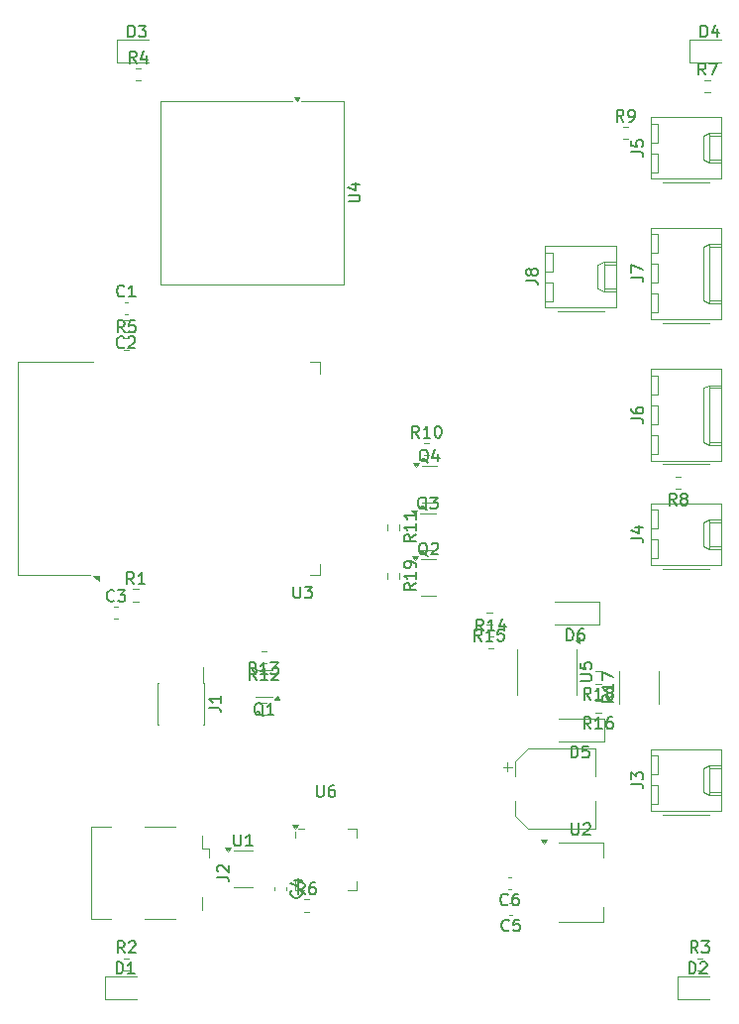
<source format=gbr>
%TF.GenerationSoftware,KiCad,Pcbnew,9.0.1*%
%TF.CreationDate,2025-09-21T13:40:19+02:00*%
%TF.ProjectId,TocBoatReceiver,546f6342-6f61-4745-9265-636569766572,rev?*%
%TF.SameCoordinates,Original*%
%TF.FileFunction,Legend,Top*%
%TF.FilePolarity,Positive*%
%FSLAX46Y46*%
G04 Gerber Fmt 4.6, Leading zero omitted, Abs format (unit mm)*
G04 Created by KiCad (PCBNEW 9.0.1) date 2025-09-21 13:40:19*
%MOMM*%
%LPD*%
G01*
G04 APERTURE LIST*
%ADD10C,0.150000*%
%ADD11C,0.120000*%
G04 APERTURE END LIST*
D10*
X133958333Y-77289580D02*
X133910714Y-77337200D01*
X133910714Y-77337200D02*
X133767857Y-77384819D01*
X133767857Y-77384819D02*
X133672619Y-77384819D01*
X133672619Y-77384819D02*
X133529762Y-77337200D01*
X133529762Y-77337200D02*
X133434524Y-77241961D01*
X133434524Y-77241961D02*
X133386905Y-77146723D01*
X133386905Y-77146723D02*
X133339286Y-76956247D01*
X133339286Y-76956247D02*
X133339286Y-76813390D01*
X133339286Y-76813390D02*
X133386905Y-76622914D01*
X133386905Y-76622914D02*
X133434524Y-76527676D01*
X133434524Y-76527676D02*
X133529762Y-76432438D01*
X133529762Y-76432438D02*
X133672619Y-76384819D01*
X133672619Y-76384819D02*
X133767857Y-76384819D01*
X133767857Y-76384819D02*
X133910714Y-76432438D01*
X133910714Y-76432438D02*
X133958333Y-76480057D01*
X134339286Y-76480057D02*
X134386905Y-76432438D01*
X134386905Y-76432438D02*
X134482143Y-76384819D01*
X134482143Y-76384819D02*
X134720238Y-76384819D01*
X134720238Y-76384819D02*
X134815476Y-76432438D01*
X134815476Y-76432438D02*
X134863095Y-76480057D01*
X134863095Y-76480057D02*
X134910714Y-76575295D01*
X134910714Y-76575295D02*
X134910714Y-76670533D01*
X134910714Y-76670533D02*
X134863095Y-76813390D01*
X134863095Y-76813390D02*
X134291667Y-77384819D01*
X134291667Y-77384819D02*
X134910714Y-77384819D01*
X149408333Y-124024819D02*
X149075000Y-123548628D01*
X148836905Y-124024819D02*
X148836905Y-123024819D01*
X148836905Y-123024819D02*
X149217857Y-123024819D01*
X149217857Y-123024819D02*
X149313095Y-123072438D01*
X149313095Y-123072438D02*
X149360714Y-123120057D01*
X149360714Y-123120057D02*
X149408333Y-123215295D01*
X149408333Y-123215295D02*
X149408333Y-123358152D01*
X149408333Y-123358152D02*
X149360714Y-123453390D01*
X149360714Y-123453390D02*
X149313095Y-123501009D01*
X149313095Y-123501009D02*
X149217857Y-123548628D01*
X149217857Y-123548628D02*
X148836905Y-123548628D01*
X150265476Y-123024819D02*
X150075000Y-123024819D01*
X150075000Y-123024819D02*
X149979762Y-123072438D01*
X149979762Y-123072438D02*
X149932143Y-123120057D01*
X149932143Y-123120057D02*
X149836905Y-123262914D01*
X149836905Y-123262914D02*
X149789286Y-123453390D01*
X149789286Y-123453390D02*
X149789286Y-123834342D01*
X149789286Y-123834342D02*
X149836905Y-123929580D01*
X149836905Y-123929580D02*
X149884524Y-123977200D01*
X149884524Y-123977200D02*
X149979762Y-124024819D01*
X149979762Y-124024819D02*
X150170238Y-124024819D01*
X150170238Y-124024819D02*
X150265476Y-123977200D01*
X150265476Y-123977200D02*
X150313095Y-123929580D01*
X150313095Y-123929580D02*
X150360714Y-123834342D01*
X150360714Y-123834342D02*
X150360714Y-123596247D01*
X150360714Y-123596247D02*
X150313095Y-123501009D01*
X150313095Y-123501009D02*
X150265476Y-123453390D01*
X150265476Y-123453390D02*
X150170238Y-123405771D01*
X150170238Y-123405771D02*
X149979762Y-123405771D01*
X149979762Y-123405771D02*
X149884524Y-123453390D01*
X149884524Y-123453390D02*
X149836905Y-123501009D01*
X149836905Y-123501009D02*
X149789286Y-123596247D01*
X159904761Y-95100057D02*
X159809523Y-95052438D01*
X159809523Y-95052438D02*
X159714285Y-94957200D01*
X159714285Y-94957200D02*
X159571428Y-94814342D01*
X159571428Y-94814342D02*
X159476190Y-94766723D01*
X159476190Y-94766723D02*
X159380952Y-94766723D01*
X159428571Y-95004819D02*
X159333333Y-94957200D01*
X159333333Y-94957200D02*
X159238095Y-94861961D01*
X159238095Y-94861961D02*
X159190476Y-94671485D01*
X159190476Y-94671485D02*
X159190476Y-94338152D01*
X159190476Y-94338152D02*
X159238095Y-94147676D01*
X159238095Y-94147676D02*
X159333333Y-94052438D01*
X159333333Y-94052438D02*
X159428571Y-94004819D01*
X159428571Y-94004819D02*
X159619047Y-94004819D01*
X159619047Y-94004819D02*
X159714285Y-94052438D01*
X159714285Y-94052438D02*
X159809523Y-94147676D01*
X159809523Y-94147676D02*
X159857142Y-94338152D01*
X159857142Y-94338152D02*
X159857142Y-94671485D01*
X159857142Y-94671485D02*
X159809523Y-94861961D01*
X159809523Y-94861961D02*
X159714285Y-94957200D01*
X159714285Y-94957200D02*
X159619047Y-95004819D01*
X159619047Y-95004819D02*
X159428571Y-95004819D01*
X160238095Y-94100057D02*
X160285714Y-94052438D01*
X160285714Y-94052438D02*
X160380952Y-94004819D01*
X160380952Y-94004819D02*
X160619047Y-94004819D01*
X160619047Y-94004819D02*
X160714285Y-94052438D01*
X160714285Y-94052438D02*
X160761904Y-94100057D01*
X160761904Y-94100057D02*
X160809523Y-94195295D01*
X160809523Y-94195295D02*
X160809523Y-94290533D01*
X160809523Y-94290533D02*
X160761904Y-94433390D01*
X160761904Y-94433390D02*
X160190476Y-95004819D01*
X160190476Y-95004819D02*
X160809523Y-95004819D01*
X183658333Y-54024819D02*
X183325000Y-53548628D01*
X183086905Y-54024819D02*
X183086905Y-53024819D01*
X183086905Y-53024819D02*
X183467857Y-53024819D01*
X183467857Y-53024819D02*
X183563095Y-53072438D01*
X183563095Y-53072438D02*
X183610714Y-53120057D01*
X183610714Y-53120057D02*
X183658333Y-53215295D01*
X183658333Y-53215295D02*
X183658333Y-53358152D01*
X183658333Y-53358152D02*
X183610714Y-53453390D01*
X183610714Y-53453390D02*
X183563095Y-53501009D01*
X183563095Y-53501009D02*
X183467857Y-53548628D01*
X183467857Y-53548628D02*
X183086905Y-53548628D01*
X183991667Y-53024819D02*
X184658333Y-53024819D01*
X184658333Y-53024819D02*
X184229762Y-54024819D01*
X177334819Y-83413333D02*
X178049104Y-83413333D01*
X178049104Y-83413333D02*
X178191961Y-83460952D01*
X178191961Y-83460952D02*
X178287200Y-83556190D01*
X178287200Y-83556190D02*
X178334819Y-83699047D01*
X178334819Y-83699047D02*
X178334819Y-83794285D01*
X177334819Y-82508571D02*
X177334819Y-82699047D01*
X177334819Y-82699047D02*
X177382438Y-82794285D01*
X177382438Y-82794285D02*
X177430057Y-82841904D01*
X177430057Y-82841904D02*
X177572914Y-82937142D01*
X177572914Y-82937142D02*
X177763390Y-82984761D01*
X177763390Y-82984761D02*
X178144342Y-82984761D01*
X178144342Y-82984761D02*
X178239580Y-82937142D01*
X178239580Y-82937142D02*
X178287200Y-82889523D01*
X178287200Y-82889523D02*
X178334819Y-82794285D01*
X178334819Y-82794285D02*
X178334819Y-82603809D01*
X178334819Y-82603809D02*
X178287200Y-82508571D01*
X178287200Y-82508571D02*
X178239580Y-82460952D01*
X178239580Y-82460952D02*
X178144342Y-82413333D01*
X178144342Y-82413333D02*
X177906247Y-82413333D01*
X177906247Y-82413333D02*
X177811009Y-82460952D01*
X177811009Y-82460952D02*
X177763390Y-82508571D01*
X177763390Y-82508571D02*
X177715771Y-82603809D01*
X177715771Y-82603809D02*
X177715771Y-82794285D01*
X177715771Y-82794285D02*
X177763390Y-82889523D01*
X177763390Y-82889523D02*
X177811009Y-82937142D01*
X177811009Y-82937142D02*
X177906247Y-82984761D01*
X133324405Y-130804819D02*
X133324405Y-129804819D01*
X133324405Y-129804819D02*
X133562500Y-129804819D01*
X133562500Y-129804819D02*
X133705357Y-129852438D01*
X133705357Y-129852438D02*
X133800595Y-129947676D01*
X133800595Y-129947676D02*
X133848214Y-130042914D01*
X133848214Y-130042914D02*
X133895833Y-130233390D01*
X133895833Y-130233390D02*
X133895833Y-130376247D01*
X133895833Y-130376247D02*
X133848214Y-130566723D01*
X133848214Y-130566723D02*
X133800595Y-130661961D01*
X133800595Y-130661961D02*
X133705357Y-130757200D01*
X133705357Y-130757200D02*
X133562500Y-130804819D01*
X133562500Y-130804819D02*
X133324405Y-130804819D01*
X134848214Y-130804819D02*
X134276786Y-130804819D01*
X134562500Y-130804819D02*
X134562500Y-129804819D01*
X134562500Y-129804819D02*
X134467262Y-129947676D01*
X134467262Y-129947676D02*
X134372024Y-130042914D01*
X134372024Y-130042914D02*
X134276786Y-130090533D01*
X181158333Y-90784819D02*
X180825000Y-90308628D01*
X180586905Y-90784819D02*
X180586905Y-89784819D01*
X180586905Y-89784819D02*
X180967857Y-89784819D01*
X180967857Y-89784819D02*
X181063095Y-89832438D01*
X181063095Y-89832438D02*
X181110714Y-89880057D01*
X181110714Y-89880057D02*
X181158333Y-89975295D01*
X181158333Y-89975295D02*
X181158333Y-90118152D01*
X181158333Y-90118152D02*
X181110714Y-90213390D01*
X181110714Y-90213390D02*
X181063095Y-90261009D01*
X181063095Y-90261009D02*
X180967857Y-90308628D01*
X180967857Y-90308628D02*
X180586905Y-90308628D01*
X181729762Y-90213390D02*
X181634524Y-90165771D01*
X181634524Y-90165771D02*
X181586905Y-90118152D01*
X181586905Y-90118152D02*
X181539286Y-90022914D01*
X181539286Y-90022914D02*
X181539286Y-89975295D01*
X181539286Y-89975295D02*
X181586905Y-89880057D01*
X181586905Y-89880057D02*
X181634524Y-89832438D01*
X181634524Y-89832438D02*
X181729762Y-89784819D01*
X181729762Y-89784819D02*
X181920238Y-89784819D01*
X181920238Y-89784819D02*
X182015476Y-89832438D01*
X182015476Y-89832438D02*
X182063095Y-89880057D01*
X182063095Y-89880057D02*
X182110714Y-89975295D01*
X182110714Y-89975295D02*
X182110714Y-90022914D01*
X182110714Y-90022914D02*
X182063095Y-90118152D01*
X182063095Y-90118152D02*
X182015476Y-90165771D01*
X182015476Y-90165771D02*
X181920238Y-90213390D01*
X181920238Y-90213390D02*
X181729762Y-90213390D01*
X181729762Y-90213390D02*
X181634524Y-90261009D01*
X181634524Y-90261009D02*
X181586905Y-90308628D01*
X181586905Y-90308628D02*
X181539286Y-90403866D01*
X181539286Y-90403866D02*
X181539286Y-90594342D01*
X181539286Y-90594342D02*
X181586905Y-90689580D01*
X181586905Y-90689580D02*
X181634524Y-90737200D01*
X181634524Y-90737200D02*
X181729762Y-90784819D01*
X181729762Y-90784819D02*
X181920238Y-90784819D01*
X181920238Y-90784819D02*
X182015476Y-90737200D01*
X182015476Y-90737200D02*
X182063095Y-90689580D01*
X182063095Y-90689580D02*
X182110714Y-90594342D01*
X182110714Y-90594342D02*
X182110714Y-90403866D01*
X182110714Y-90403866D02*
X182063095Y-90308628D01*
X182063095Y-90308628D02*
X182015476Y-90261009D01*
X182015476Y-90261009D02*
X181920238Y-90213390D01*
X159967261Y-87150057D02*
X159872023Y-87102438D01*
X159872023Y-87102438D02*
X159776785Y-87007200D01*
X159776785Y-87007200D02*
X159633928Y-86864342D01*
X159633928Y-86864342D02*
X159538690Y-86816723D01*
X159538690Y-86816723D02*
X159443452Y-86816723D01*
X159491071Y-87054819D02*
X159395833Y-87007200D01*
X159395833Y-87007200D02*
X159300595Y-86911961D01*
X159300595Y-86911961D02*
X159252976Y-86721485D01*
X159252976Y-86721485D02*
X159252976Y-86388152D01*
X159252976Y-86388152D02*
X159300595Y-86197676D01*
X159300595Y-86197676D02*
X159395833Y-86102438D01*
X159395833Y-86102438D02*
X159491071Y-86054819D01*
X159491071Y-86054819D02*
X159681547Y-86054819D01*
X159681547Y-86054819D02*
X159776785Y-86102438D01*
X159776785Y-86102438D02*
X159872023Y-86197676D01*
X159872023Y-86197676D02*
X159919642Y-86388152D01*
X159919642Y-86388152D02*
X159919642Y-86721485D01*
X159919642Y-86721485D02*
X159872023Y-86911961D01*
X159872023Y-86911961D02*
X159776785Y-87007200D01*
X159776785Y-87007200D02*
X159681547Y-87054819D01*
X159681547Y-87054819D02*
X159491071Y-87054819D01*
X160776785Y-86388152D02*
X160776785Y-87054819D01*
X160538690Y-86007200D02*
X160300595Y-86721485D01*
X160300595Y-86721485D02*
X160919642Y-86721485D01*
X177334819Y-71333333D02*
X178049104Y-71333333D01*
X178049104Y-71333333D02*
X178191961Y-71380952D01*
X178191961Y-71380952D02*
X178287200Y-71476190D01*
X178287200Y-71476190D02*
X178334819Y-71619047D01*
X178334819Y-71619047D02*
X178334819Y-71714285D01*
X177334819Y-70952380D02*
X177334819Y-70285714D01*
X177334819Y-70285714D02*
X178334819Y-70714285D01*
X149089580Y-123691666D02*
X149137200Y-123739285D01*
X149137200Y-123739285D02*
X149184819Y-123882142D01*
X149184819Y-123882142D02*
X149184819Y-123977380D01*
X149184819Y-123977380D02*
X149137200Y-124120237D01*
X149137200Y-124120237D02*
X149041961Y-124215475D01*
X149041961Y-124215475D02*
X148946723Y-124263094D01*
X148946723Y-124263094D02*
X148756247Y-124310713D01*
X148756247Y-124310713D02*
X148613390Y-124310713D01*
X148613390Y-124310713D02*
X148422914Y-124263094D01*
X148422914Y-124263094D02*
X148327676Y-124215475D01*
X148327676Y-124215475D02*
X148232438Y-124120237D01*
X148232438Y-124120237D02*
X148184819Y-123977380D01*
X148184819Y-123977380D02*
X148184819Y-123882142D01*
X148184819Y-123882142D02*
X148232438Y-123739285D01*
X148232438Y-123739285D02*
X148280057Y-123691666D01*
X148518152Y-122834523D02*
X149184819Y-122834523D01*
X148137200Y-123072618D02*
X148851485Y-123310713D01*
X148851485Y-123310713D02*
X148851485Y-122691666D01*
X172188905Y-112359819D02*
X172188905Y-111359819D01*
X172188905Y-111359819D02*
X172427000Y-111359819D01*
X172427000Y-111359819D02*
X172569857Y-111407438D01*
X172569857Y-111407438D02*
X172665095Y-111502676D01*
X172665095Y-111502676D02*
X172712714Y-111597914D01*
X172712714Y-111597914D02*
X172760333Y-111788390D01*
X172760333Y-111788390D02*
X172760333Y-111931247D01*
X172760333Y-111931247D02*
X172712714Y-112121723D01*
X172712714Y-112121723D02*
X172665095Y-112216961D01*
X172665095Y-112216961D02*
X172569857Y-112312200D01*
X172569857Y-112312200D02*
X172427000Y-112359819D01*
X172427000Y-112359819D02*
X172188905Y-112359819D01*
X173665095Y-111359819D02*
X173188905Y-111359819D01*
X173188905Y-111359819D02*
X173141286Y-111836009D01*
X173141286Y-111836009D02*
X173188905Y-111788390D01*
X173188905Y-111788390D02*
X173284143Y-111740771D01*
X173284143Y-111740771D02*
X173522238Y-111740771D01*
X173522238Y-111740771D02*
X173617476Y-111788390D01*
X173617476Y-111788390D02*
X173665095Y-111836009D01*
X173665095Y-111836009D02*
X173712714Y-111931247D01*
X173712714Y-111931247D02*
X173712714Y-112169342D01*
X173712714Y-112169342D02*
X173665095Y-112264580D01*
X173665095Y-112264580D02*
X173617476Y-112312200D01*
X173617476Y-112312200D02*
X173522238Y-112359819D01*
X173522238Y-112359819D02*
X173284143Y-112359819D01*
X173284143Y-112359819D02*
X173188905Y-112312200D01*
X173188905Y-112312200D02*
X173141286Y-112264580D01*
X141904819Y-122533333D02*
X142619104Y-122533333D01*
X142619104Y-122533333D02*
X142761961Y-122580952D01*
X142761961Y-122580952D02*
X142857200Y-122676190D01*
X142857200Y-122676190D02*
X142904819Y-122819047D01*
X142904819Y-122819047D02*
X142904819Y-122914285D01*
X142000057Y-122104761D02*
X141952438Y-122057142D01*
X141952438Y-122057142D02*
X141904819Y-121961904D01*
X141904819Y-121961904D02*
X141904819Y-121723809D01*
X141904819Y-121723809D02*
X141952438Y-121628571D01*
X141952438Y-121628571D02*
X142000057Y-121580952D01*
X142000057Y-121580952D02*
X142095295Y-121533333D01*
X142095295Y-121533333D02*
X142190533Y-121533333D01*
X142190533Y-121533333D02*
X142333390Y-121580952D01*
X142333390Y-121580952D02*
X142904819Y-122152380D01*
X142904819Y-122152380D02*
X142904819Y-121533333D01*
X168334819Y-71603333D02*
X169049104Y-71603333D01*
X169049104Y-71603333D02*
X169191961Y-71650952D01*
X169191961Y-71650952D02*
X169287200Y-71746190D01*
X169287200Y-71746190D02*
X169334819Y-71889047D01*
X169334819Y-71889047D02*
X169334819Y-71984285D01*
X168763390Y-70984285D02*
X168715771Y-71079523D01*
X168715771Y-71079523D02*
X168668152Y-71127142D01*
X168668152Y-71127142D02*
X168572914Y-71174761D01*
X168572914Y-71174761D02*
X168525295Y-71174761D01*
X168525295Y-71174761D02*
X168430057Y-71127142D01*
X168430057Y-71127142D02*
X168382438Y-71079523D01*
X168382438Y-71079523D02*
X168334819Y-70984285D01*
X168334819Y-70984285D02*
X168334819Y-70793809D01*
X168334819Y-70793809D02*
X168382438Y-70698571D01*
X168382438Y-70698571D02*
X168430057Y-70650952D01*
X168430057Y-70650952D02*
X168525295Y-70603333D01*
X168525295Y-70603333D02*
X168572914Y-70603333D01*
X168572914Y-70603333D02*
X168668152Y-70650952D01*
X168668152Y-70650952D02*
X168715771Y-70698571D01*
X168715771Y-70698571D02*
X168763390Y-70793809D01*
X168763390Y-70793809D02*
X168763390Y-70984285D01*
X168763390Y-70984285D02*
X168811009Y-71079523D01*
X168811009Y-71079523D02*
X168858628Y-71127142D01*
X168858628Y-71127142D02*
X168953866Y-71174761D01*
X168953866Y-71174761D02*
X169144342Y-71174761D01*
X169144342Y-71174761D02*
X169239580Y-71127142D01*
X169239580Y-71127142D02*
X169287200Y-71079523D01*
X169287200Y-71079523D02*
X169334819Y-70984285D01*
X169334819Y-70984285D02*
X169334819Y-70793809D01*
X169334819Y-70793809D02*
X169287200Y-70698571D01*
X169287200Y-70698571D02*
X169239580Y-70650952D01*
X169239580Y-70650952D02*
X169144342Y-70603333D01*
X169144342Y-70603333D02*
X168953866Y-70603333D01*
X168953866Y-70603333D02*
X168858628Y-70650952D01*
X168858628Y-70650952D02*
X168811009Y-70698571D01*
X168811009Y-70698571D02*
X168763390Y-70793809D01*
X172238095Y-117954819D02*
X172238095Y-118764342D01*
X172238095Y-118764342D02*
X172285714Y-118859580D01*
X172285714Y-118859580D02*
X172333333Y-118907200D01*
X172333333Y-118907200D02*
X172428571Y-118954819D01*
X172428571Y-118954819D02*
X172619047Y-118954819D01*
X172619047Y-118954819D02*
X172714285Y-118907200D01*
X172714285Y-118907200D02*
X172761904Y-118859580D01*
X172761904Y-118859580D02*
X172809523Y-118764342D01*
X172809523Y-118764342D02*
X172809523Y-117954819D01*
X173238095Y-118050057D02*
X173285714Y-118002438D01*
X173285714Y-118002438D02*
X173380952Y-117954819D01*
X173380952Y-117954819D02*
X173619047Y-117954819D01*
X173619047Y-117954819D02*
X173714285Y-118002438D01*
X173714285Y-118002438D02*
X173761904Y-118050057D01*
X173761904Y-118050057D02*
X173809523Y-118145295D01*
X173809523Y-118145295D02*
X173809523Y-118240533D01*
X173809523Y-118240533D02*
X173761904Y-118383390D01*
X173761904Y-118383390D02*
X173190476Y-118954819D01*
X173190476Y-118954819D02*
X173809523Y-118954819D01*
X150438095Y-114704819D02*
X150438095Y-115514342D01*
X150438095Y-115514342D02*
X150485714Y-115609580D01*
X150485714Y-115609580D02*
X150533333Y-115657200D01*
X150533333Y-115657200D02*
X150628571Y-115704819D01*
X150628571Y-115704819D02*
X150819047Y-115704819D01*
X150819047Y-115704819D02*
X150914285Y-115657200D01*
X150914285Y-115657200D02*
X150961904Y-115609580D01*
X150961904Y-115609580D02*
X151009523Y-115514342D01*
X151009523Y-115514342D02*
X151009523Y-114704819D01*
X151914285Y-114704819D02*
X151723809Y-114704819D01*
X151723809Y-114704819D02*
X151628571Y-114752438D01*
X151628571Y-114752438D02*
X151580952Y-114800057D01*
X151580952Y-114800057D02*
X151485714Y-114942914D01*
X151485714Y-114942914D02*
X151438095Y-115133390D01*
X151438095Y-115133390D02*
X151438095Y-115514342D01*
X151438095Y-115514342D02*
X151485714Y-115609580D01*
X151485714Y-115609580D02*
X151533333Y-115657200D01*
X151533333Y-115657200D02*
X151628571Y-115704819D01*
X151628571Y-115704819D02*
X151819047Y-115704819D01*
X151819047Y-115704819D02*
X151914285Y-115657200D01*
X151914285Y-115657200D02*
X151961904Y-115609580D01*
X151961904Y-115609580D02*
X152009523Y-115514342D01*
X152009523Y-115514342D02*
X152009523Y-115276247D01*
X152009523Y-115276247D02*
X151961904Y-115181009D01*
X151961904Y-115181009D02*
X151914285Y-115133390D01*
X151914285Y-115133390D02*
X151819047Y-115085771D01*
X151819047Y-115085771D02*
X151628571Y-115085771D01*
X151628571Y-115085771D02*
X151533333Y-115133390D01*
X151533333Y-115133390D02*
X151485714Y-115181009D01*
X151485714Y-115181009D02*
X151438095Y-115276247D01*
X177334819Y-114603333D02*
X178049104Y-114603333D01*
X178049104Y-114603333D02*
X178191961Y-114650952D01*
X178191961Y-114650952D02*
X178287200Y-114746190D01*
X178287200Y-114746190D02*
X178334819Y-114889047D01*
X178334819Y-114889047D02*
X178334819Y-114984285D01*
X177334819Y-114222380D02*
X177334819Y-113603333D01*
X177334819Y-113603333D02*
X177715771Y-113936666D01*
X177715771Y-113936666D02*
X177715771Y-113793809D01*
X177715771Y-113793809D02*
X177763390Y-113698571D01*
X177763390Y-113698571D02*
X177811009Y-113650952D01*
X177811009Y-113650952D02*
X177906247Y-113603333D01*
X177906247Y-113603333D02*
X178144342Y-113603333D01*
X178144342Y-113603333D02*
X178239580Y-113650952D01*
X178239580Y-113650952D02*
X178287200Y-113698571D01*
X178287200Y-113698571D02*
X178334819Y-113793809D01*
X178334819Y-113793809D02*
X178334819Y-114079523D01*
X178334819Y-114079523D02*
X178287200Y-114174761D01*
X178287200Y-114174761D02*
X178239580Y-114222380D01*
X166858333Y-127089580D02*
X166810714Y-127137200D01*
X166810714Y-127137200D02*
X166667857Y-127184819D01*
X166667857Y-127184819D02*
X166572619Y-127184819D01*
X166572619Y-127184819D02*
X166429762Y-127137200D01*
X166429762Y-127137200D02*
X166334524Y-127041961D01*
X166334524Y-127041961D02*
X166286905Y-126946723D01*
X166286905Y-126946723D02*
X166239286Y-126756247D01*
X166239286Y-126756247D02*
X166239286Y-126613390D01*
X166239286Y-126613390D02*
X166286905Y-126422914D01*
X166286905Y-126422914D02*
X166334524Y-126327676D01*
X166334524Y-126327676D02*
X166429762Y-126232438D01*
X166429762Y-126232438D02*
X166572619Y-126184819D01*
X166572619Y-126184819D02*
X166667857Y-126184819D01*
X166667857Y-126184819D02*
X166810714Y-126232438D01*
X166810714Y-126232438D02*
X166858333Y-126280057D01*
X167763095Y-126184819D02*
X167286905Y-126184819D01*
X167286905Y-126184819D02*
X167239286Y-126661009D01*
X167239286Y-126661009D02*
X167286905Y-126613390D01*
X167286905Y-126613390D02*
X167382143Y-126565771D01*
X167382143Y-126565771D02*
X167620238Y-126565771D01*
X167620238Y-126565771D02*
X167715476Y-126613390D01*
X167715476Y-126613390D02*
X167763095Y-126661009D01*
X167763095Y-126661009D02*
X167810714Y-126756247D01*
X167810714Y-126756247D02*
X167810714Y-126994342D01*
X167810714Y-126994342D02*
X167763095Y-127089580D01*
X167763095Y-127089580D02*
X167715476Y-127137200D01*
X167715476Y-127137200D02*
X167620238Y-127184819D01*
X167620238Y-127184819D02*
X167382143Y-127184819D01*
X167382143Y-127184819D02*
X167286905Y-127137200D01*
X167286905Y-127137200D02*
X167239286Y-127089580D01*
X145854761Y-108800057D02*
X145759523Y-108752438D01*
X145759523Y-108752438D02*
X145664285Y-108657200D01*
X145664285Y-108657200D02*
X145521428Y-108514342D01*
X145521428Y-108514342D02*
X145426190Y-108466723D01*
X145426190Y-108466723D02*
X145330952Y-108466723D01*
X145378571Y-108704819D02*
X145283333Y-108657200D01*
X145283333Y-108657200D02*
X145188095Y-108561961D01*
X145188095Y-108561961D02*
X145140476Y-108371485D01*
X145140476Y-108371485D02*
X145140476Y-108038152D01*
X145140476Y-108038152D02*
X145188095Y-107847676D01*
X145188095Y-107847676D02*
X145283333Y-107752438D01*
X145283333Y-107752438D02*
X145378571Y-107704819D01*
X145378571Y-107704819D02*
X145569047Y-107704819D01*
X145569047Y-107704819D02*
X145664285Y-107752438D01*
X145664285Y-107752438D02*
X145759523Y-107847676D01*
X145759523Y-107847676D02*
X145807142Y-108038152D01*
X145807142Y-108038152D02*
X145807142Y-108371485D01*
X145807142Y-108371485D02*
X145759523Y-108561961D01*
X145759523Y-108561961D02*
X145664285Y-108657200D01*
X145664285Y-108657200D02*
X145569047Y-108704819D01*
X145569047Y-108704819D02*
X145378571Y-108704819D01*
X146759523Y-108704819D02*
X146188095Y-108704819D01*
X146473809Y-108704819D02*
X146473809Y-107704819D01*
X146473809Y-107704819D02*
X146378571Y-107847676D01*
X146378571Y-107847676D02*
X146283333Y-107942914D01*
X146283333Y-107942914D02*
X146188095Y-107990533D01*
X134324405Y-50804819D02*
X134324405Y-49804819D01*
X134324405Y-49804819D02*
X134562500Y-49804819D01*
X134562500Y-49804819D02*
X134705357Y-49852438D01*
X134705357Y-49852438D02*
X134800595Y-49947676D01*
X134800595Y-49947676D02*
X134848214Y-50042914D01*
X134848214Y-50042914D02*
X134895833Y-50233390D01*
X134895833Y-50233390D02*
X134895833Y-50376247D01*
X134895833Y-50376247D02*
X134848214Y-50566723D01*
X134848214Y-50566723D02*
X134800595Y-50661961D01*
X134800595Y-50661961D02*
X134705357Y-50757200D01*
X134705357Y-50757200D02*
X134562500Y-50804819D01*
X134562500Y-50804819D02*
X134324405Y-50804819D01*
X135229167Y-49804819D02*
X135848214Y-49804819D01*
X135848214Y-49804819D02*
X135514881Y-50185771D01*
X135514881Y-50185771D02*
X135657738Y-50185771D01*
X135657738Y-50185771D02*
X135752976Y-50233390D01*
X135752976Y-50233390D02*
X135800595Y-50281009D01*
X135800595Y-50281009D02*
X135848214Y-50376247D01*
X135848214Y-50376247D02*
X135848214Y-50614342D01*
X135848214Y-50614342D02*
X135800595Y-50709580D01*
X135800595Y-50709580D02*
X135752976Y-50757200D01*
X135752976Y-50757200D02*
X135657738Y-50804819D01*
X135657738Y-50804819D02*
X135372024Y-50804819D01*
X135372024Y-50804819D02*
X135276786Y-50757200D01*
X135276786Y-50757200D02*
X135229167Y-50709580D01*
X164682142Y-101524819D02*
X164348809Y-101048628D01*
X164110714Y-101524819D02*
X164110714Y-100524819D01*
X164110714Y-100524819D02*
X164491666Y-100524819D01*
X164491666Y-100524819D02*
X164586904Y-100572438D01*
X164586904Y-100572438D02*
X164634523Y-100620057D01*
X164634523Y-100620057D02*
X164682142Y-100715295D01*
X164682142Y-100715295D02*
X164682142Y-100858152D01*
X164682142Y-100858152D02*
X164634523Y-100953390D01*
X164634523Y-100953390D02*
X164586904Y-101001009D01*
X164586904Y-101001009D02*
X164491666Y-101048628D01*
X164491666Y-101048628D02*
X164110714Y-101048628D01*
X165634523Y-101524819D02*
X165063095Y-101524819D01*
X165348809Y-101524819D02*
X165348809Y-100524819D01*
X165348809Y-100524819D02*
X165253571Y-100667676D01*
X165253571Y-100667676D02*
X165158333Y-100762914D01*
X165158333Y-100762914D02*
X165063095Y-100810533D01*
X166491666Y-100858152D02*
X166491666Y-101524819D01*
X166253571Y-100477200D02*
X166015476Y-101191485D01*
X166015476Y-101191485D02*
X166634523Y-101191485D01*
X134808333Y-97524819D02*
X134475000Y-97048628D01*
X134236905Y-97524819D02*
X134236905Y-96524819D01*
X134236905Y-96524819D02*
X134617857Y-96524819D01*
X134617857Y-96524819D02*
X134713095Y-96572438D01*
X134713095Y-96572438D02*
X134760714Y-96620057D01*
X134760714Y-96620057D02*
X134808333Y-96715295D01*
X134808333Y-96715295D02*
X134808333Y-96858152D01*
X134808333Y-96858152D02*
X134760714Y-96953390D01*
X134760714Y-96953390D02*
X134713095Y-97001009D01*
X134713095Y-97001009D02*
X134617857Y-97048628D01*
X134617857Y-97048628D02*
X134236905Y-97048628D01*
X135760714Y-97524819D02*
X135189286Y-97524819D01*
X135475000Y-97524819D02*
X135475000Y-96524819D01*
X135475000Y-96524819D02*
X135379762Y-96667676D01*
X135379762Y-96667676D02*
X135284524Y-96762914D01*
X135284524Y-96762914D02*
X135189286Y-96810533D01*
X166758333Y-124889580D02*
X166710714Y-124937200D01*
X166710714Y-124937200D02*
X166567857Y-124984819D01*
X166567857Y-124984819D02*
X166472619Y-124984819D01*
X166472619Y-124984819D02*
X166329762Y-124937200D01*
X166329762Y-124937200D02*
X166234524Y-124841961D01*
X166234524Y-124841961D02*
X166186905Y-124746723D01*
X166186905Y-124746723D02*
X166139286Y-124556247D01*
X166139286Y-124556247D02*
X166139286Y-124413390D01*
X166139286Y-124413390D02*
X166186905Y-124222914D01*
X166186905Y-124222914D02*
X166234524Y-124127676D01*
X166234524Y-124127676D02*
X166329762Y-124032438D01*
X166329762Y-124032438D02*
X166472619Y-123984819D01*
X166472619Y-123984819D02*
X166567857Y-123984819D01*
X166567857Y-123984819D02*
X166710714Y-124032438D01*
X166710714Y-124032438D02*
X166758333Y-124080057D01*
X167615476Y-123984819D02*
X167425000Y-123984819D01*
X167425000Y-123984819D02*
X167329762Y-124032438D01*
X167329762Y-124032438D02*
X167282143Y-124080057D01*
X167282143Y-124080057D02*
X167186905Y-124222914D01*
X167186905Y-124222914D02*
X167139286Y-124413390D01*
X167139286Y-124413390D02*
X167139286Y-124794342D01*
X167139286Y-124794342D02*
X167186905Y-124889580D01*
X167186905Y-124889580D02*
X167234524Y-124937200D01*
X167234524Y-124937200D02*
X167329762Y-124984819D01*
X167329762Y-124984819D02*
X167520238Y-124984819D01*
X167520238Y-124984819D02*
X167615476Y-124937200D01*
X167615476Y-124937200D02*
X167663095Y-124889580D01*
X167663095Y-124889580D02*
X167710714Y-124794342D01*
X167710714Y-124794342D02*
X167710714Y-124556247D01*
X167710714Y-124556247D02*
X167663095Y-124461009D01*
X167663095Y-124461009D02*
X167615476Y-124413390D01*
X167615476Y-124413390D02*
X167520238Y-124365771D01*
X167520238Y-124365771D02*
X167329762Y-124365771D01*
X167329762Y-124365771D02*
X167234524Y-124413390D01*
X167234524Y-124413390D02*
X167186905Y-124461009D01*
X167186905Y-124461009D02*
X167139286Y-124556247D01*
X177334819Y-93603333D02*
X178049104Y-93603333D01*
X178049104Y-93603333D02*
X178191961Y-93650952D01*
X178191961Y-93650952D02*
X178287200Y-93746190D01*
X178287200Y-93746190D02*
X178334819Y-93889047D01*
X178334819Y-93889047D02*
X178334819Y-93984285D01*
X177668152Y-92698571D02*
X178334819Y-92698571D01*
X177287200Y-92936666D02*
X178001485Y-93174761D01*
X178001485Y-93174761D02*
X178001485Y-92555714D01*
X143375595Y-118904819D02*
X143375595Y-119714342D01*
X143375595Y-119714342D02*
X143423214Y-119809580D01*
X143423214Y-119809580D02*
X143470833Y-119857200D01*
X143470833Y-119857200D02*
X143566071Y-119904819D01*
X143566071Y-119904819D02*
X143756547Y-119904819D01*
X143756547Y-119904819D02*
X143851785Y-119857200D01*
X143851785Y-119857200D02*
X143899404Y-119809580D01*
X143899404Y-119809580D02*
X143947023Y-119714342D01*
X143947023Y-119714342D02*
X143947023Y-118904819D01*
X144947023Y-119904819D02*
X144375595Y-119904819D01*
X144661309Y-119904819D02*
X144661309Y-118904819D01*
X144661309Y-118904819D02*
X144566071Y-119047676D01*
X144566071Y-119047676D02*
X144470833Y-119142914D01*
X144470833Y-119142914D02*
X144375595Y-119190533D01*
X176658333Y-58024819D02*
X176325000Y-57548628D01*
X176086905Y-58024819D02*
X176086905Y-57024819D01*
X176086905Y-57024819D02*
X176467857Y-57024819D01*
X176467857Y-57024819D02*
X176563095Y-57072438D01*
X176563095Y-57072438D02*
X176610714Y-57120057D01*
X176610714Y-57120057D02*
X176658333Y-57215295D01*
X176658333Y-57215295D02*
X176658333Y-57358152D01*
X176658333Y-57358152D02*
X176610714Y-57453390D01*
X176610714Y-57453390D02*
X176563095Y-57501009D01*
X176563095Y-57501009D02*
X176467857Y-57548628D01*
X176467857Y-57548628D02*
X176086905Y-57548628D01*
X177134524Y-58024819D02*
X177325000Y-58024819D01*
X177325000Y-58024819D02*
X177420238Y-57977200D01*
X177420238Y-57977200D02*
X177467857Y-57929580D01*
X177467857Y-57929580D02*
X177563095Y-57786723D01*
X177563095Y-57786723D02*
X177610714Y-57596247D01*
X177610714Y-57596247D02*
X177610714Y-57215295D01*
X177610714Y-57215295D02*
X177563095Y-57120057D01*
X177563095Y-57120057D02*
X177515476Y-57072438D01*
X177515476Y-57072438D02*
X177420238Y-57024819D01*
X177420238Y-57024819D02*
X177229762Y-57024819D01*
X177229762Y-57024819D02*
X177134524Y-57072438D01*
X177134524Y-57072438D02*
X177086905Y-57120057D01*
X177086905Y-57120057D02*
X177039286Y-57215295D01*
X177039286Y-57215295D02*
X177039286Y-57453390D01*
X177039286Y-57453390D02*
X177086905Y-57548628D01*
X177086905Y-57548628D02*
X177134524Y-57596247D01*
X177134524Y-57596247D02*
X177229762Y-57643866D01*
X177229762Y-57643866D02*
X177420238Y-57643866D01*
X177420238Y-57643866D02*
X177515476Y-57596247D01*
X177515476Y-57596247D02*
X177563095Y-57548628D01*
X177563095Y-57548628D02*
X177610714Y-57453390D01*
X158884819Y-97467857D02*
X158408628Y-97801190D01*
X158884819Y-98039285D02*
X157884819Y-98039285D01*
X157884819Y-98039285D02*
X157884819Y-97658333D01*
X157884819Y-97658333D02*
X157932438Y-97563095D01*
X157932438Y-97563095D02*
X157980057Y-97515476D01*
X157980057Y-97515476D02*
X158075295Y-97467857D01*
X158075295Y-97467857D02*
X158218152Y-97467857D01*
X158218152Y-97467857D02*
X158313390Y-97515476D01*
X158313390Y-97515476D02*
X158361009Y-97563095D01*
X158361009Y-97563095D02*
X158408628Y-97658333D01*
X158408628Y-97658333D02*
X158408628Y-98039285D01*
X158884819Y-96515476D02*
X158884819Y-97086904D01*
X158884819Y-96801190D02*
X157884819Y-96801190D01*
X157884819Y-96801190D02*
X158027676Y-96896428D01*
X158027676Y-96896428D02*
X158122914Y-96991666D01*
X158122914Y-96991666D02*
X158170533Y-97086904D01*
X158884819Y-96039285D02*
X158884819Y-95848809D01*
X158884819Y-95848809D02*
X158837200Y-95753571D01*
X158837200Y-95753571D02*
X158789580Y-95705952D01*
X158789580Y-95705952D02*
X158646723Y-95610714D01*
X158646723Y-95610714D02*
X158456247Y-95563095D01*
X158456247Y-95563095D02*
X158075295Y-95563095D01*
X158075295Y-95563095D02*
X157980057Y-95610714D01*
X157980057Y-95610714D02*
X157932438Y-95658333D01*
X157932438Y-95658333D02*
X157884819Y-95753571D01*
X157884819Y-95753571D02*
X157884819Y-95944047D01*
X157884819Y-95944047D02*
X157932438Y-96039285D01*
X157932438Y-96039285D02*
X157980057Y-96086904D01*
X157980057Y-96086904D02*
X158075295Y-96134523D01*
X158075295Y-96134523D02*
X158313390Y-96134523D01*
X158313390Y-96134523D02*
X158408628Y-96086904D01*
X158408628Y-96086904D02*
X158456247Y-96039285D01*
X158456247Y-96039285D02*
X158503866Y-95944047D01*
X158503866Y-95944047D02*
X158503866Y-95753571D01*
X158503866Y-95753571D02*
X158456247Y-95658333D01*
X158456247Y-95658333D02*
X158408628Y-95610714D01*
X158408628Y-95610714D02*
X158313390Y-95563095D01*
X173857142Y-107384819D02*
X173523809Y-106908628D01*
X173285714Y-107384819D02*
X173285714Y-106384819D01*
X173285714Y-106384819D02*
X173666666Y-106384819D01*
X173666666Y-106384819D02*
X173761904Y-106432438D01*
X173761904Y-106432438D02*
X173809523Y-106480057D01*
X173809523Y-106480057D02*
X173857142Y-106575295D01*
X173857142Y-106575295D02*
X173857142Y-106718152D01*
X173857142Y-106718152D02*
X173809523Y-106813390D01*
X173809523Y-106813390D02*
X173761904Y-106861009D01*
X173761904Y-106861009D02*
X173666666Y-106908628D01*
X173666666Y-106908628D02*
X173285714Y-106908628D01*
X174809523Y-107384819D02*
X174238095Y-107384819D01*
X174523809Y-107384819D02*
X174523809Y-106384819D01*
X174523809Y-106384819D02*
X174428571Y-106527676D01*
X174428571Y-106527676D02*
X174333333Y-106622914D01*
X174333333Y-106622914D02*
X174238095Y-106670533D01*
X175380952Y-106813390D02*
X175285714Y-106765771D01*
X175285714Y-106765771D02*
X175238095Y-106718152D01*
X175238095Y-106718152D02*
X175190476Y-106622914D01*
X175190476Y-106622914D02*
X175190476Y-106575295D01*
X175190476Y-106575295D02*
X175238095Y-106480057D01*
X175238095Y-106480057D02*
X175285714Y-106432438D01*
X175285714Y-106432438D02*
X175380952Y-106384819D01*
X175380952Y-106384819D02*
X175571428Y-106384819D01*
X175571428Y-106384819D02*
X175666666Y-106432438D01*
X175666666Y-106432438D02*
X175714285Y-106480057D01*
X175714285Y-106480057D02*
X175761904Y-106575295D01*
X175761904Y-106575295D02*
X175761904Y-106622914D01*
X175761904Y-106622914D02*
X175714285Y-106718152D01*
X175714285Y-106718152D02*
X175666666Y-106765771D01*
X175666666Y-106765771D02*
X175571428Y-106813390D01*
X175571428Y-106813390D02*
X175380952Y-106813390D01*
X175380952Y-106813390D02*
X175285714Y-106861009D01*
X175285714Y-106861009D02*
X175238095Y-106908628D01*
X175238095Y-106908628D02*
X175190476Y-107003866D01*
X175190476Y-107003866D02*
X175190476Y-107194342D01*
X175190476Y-107194342D02*
X175238095Y-107289580D01*
X175238095Y-107289580D02*
X175285714Y-107337200D01*
X175285714Y-107337200D02*
X175380952Y-107384819D01*
X175380952Y-107384819D02*
X175571428Y-107384819D01*
X175571428Y-107384819D02*
X175666666Y-107337200D01*
X175666666Y-107337200D02*
X175714285Y-107289580D01*
X175714285Y-107289580D02*
X175761904Y-107194342D01*
X175761904Y-107194342D02*
X175761904Y-107003866D01*
X175761904Y-107003866D02*
X175714285Y-106908628D01*
X175714285Y-106908628D02*
X175666666Y-106861009D01*
X175666666Y-106861009D02*
X175571428Y-106813390D01*
X141249819Y-108083333D02*
X141964104Y-108083333D01*
X141964104Y-108083333D02*
X142106961Y-108130952D01*
X142106961Y-108130952D02*
X142202200Y-108226190D01*
X142202200Y-108226190D02*
X142249819Y-108369047D01*
X142249819Y-108369047D02*
X142249819Y-108464285D01*
X142249819Y-107083333D02*
X142249819Y-107654761D01*
X142249819Y-107369047D02*
X141249819Y-107369047D01*
X141249819Y-107369047D02*
X141392676Y-107464285D01*
X141392676Y-107464285D02*
X141487914Y-107559523D01*
X141487914Y-107559523D02*
X141535533Y-107654761D01*
X182261905Y-130804819D02*
X182261905Y-129804819D01*
X182261905Y-129804819D02*
X182500000Y-129804819D01*
X182500000Y-129804819D02*
X182642857Y-129852438D01*
X182642857Y-129852438D02*
X182738095Y-129947676D01*
X182738095Y-129947676D02*
X182785714Y-130042914D01*
X182785714Y-130042914D02*
X182833333Y-130233390D01*
X182833333Y-130233390D02*
X182833333Y-130376247D01*
X182833333Y-130376247D02*
X182785714Y-130566723D01*
X182785714Y-130566723D02*
X182738095Y-130661961D01*
X182738095Y-130661961D02*
X182642857Y-130757200D01*
X182642857Y-130757200D02*
X182500000Y-130804819D01*
X182500000Y-130804819D02*
X182261905Y-130804819D01*
X183214286Y-129900057D02*
X183261905Y-129852438D01*
X183261905Y-129852438D02*
X183357143Y-129804819D01*
X183357143Y-129804819D02*
X183595238Y-129804819D01*
X183595238Y-129804819D02*
X183690476Y-129852438D01*
X183690476Y-129852438D02*
X183738095Y-129900057D01*
X183738095Y-129900057D02*
X183785714Y-129995295D01*
X183785714Y-129995295D02*
X183785714Y-130090533D01*
X183785714Y-130090533D02*
X183738095Y-130233390D01*
X183738095Y-130233390D02*
X183166667Y-130804819D01*
X183166667Y-130804819D02*
X183785714Y-130804819D01*
X148458095Y-97734819D02*
X148458095Y-98544342D01*
X148458095Y-98544342D02*
X148505714Y-98639580D01*
X148505714Y-98639580D02*
X148553333Y-98687200D01*
X148553333Y-98687200D02*
X148648571Y-98734819D01*
X148648571Y-98734819D02*
X148839047Y-98734819D01*
X148839047Y-98734819D02*
X148934285Y-98687200D01*
X148934285Y-98687200D02*
X148981904Y-98639580D01*
X148981904Y-98639580D02*
X149029523Y-98544342D01*
X149029523Y-98544342D02*
X149029523Y-97734819D01*
X149410476Y-97734819D02*
X150029523Y-97734819D01*
X150029523Y-97734819D02*
X149696190Y-98115771D01*
X149696190Y-98115771D02*
X149839047Y-98115771D01*
X149839047Y-98115771D02*
X149934285Y-98163390D01*
X149934285Y-98163390D02*
X149981904Y-98211009D01*
X149981904Y-98211009D02*
X150029523Y-98306247D01*
X150029523Y-98306247D02*
X150029523Y-98544342D01*
X150029523Y-98544342D02*
X149981904Y-98639580D01*
X149981904Y-98639580D02*
X149934285Y-98687200D01*
X149934285Y-98687200D02*
X149839047Y-98734819D01*
X149839047Y-98734819D02*
X149553333Y-98734819D01*
X149553333Y-98734819D02*
X149458095Y-98687200D01*
X149458095Y-98687200D02*
X149410476Y-98639580D01*
X164532142Y-102384819D02*
X164198809Y-101908628D01*
X163960714Y-102384819D02*
X163960714Y-101384819D01*
X163960714Y-101384819D02*
X164341666Y-101384819D01*
X164341666Y-101384819D02*
X164436904Y-101432438D01*
X164436904Y-101432438D02*
X164484523Y-101480057D01*
X164484523Y-101480057D02*
X164532142Y-101575295D01*
X164532142Y-101575295D02*
X164532142Y-101718152D01*
X164532142Y-101718152D02*
X164484523Y-101813390D01*
X164484523Y-101813390D02*
X164436904Y-101861009D01*
X164436904Y-101861009D02*
X164341666Y-101908628D01*
X164341666Y-101908628D02*
X163960714Y-101908628D01*
X165484523Y-102384819D02*
X164913095Y-102384819D01*
X165198809Y-102384819D02*
X165198809Y-101384819D01*
X165198809Y-101384819D02*
X165103571Y-101527676D01*
X165103571Y-101527676D02*
X165008333Y-101622914D01*
X165008333Y-101622914D02*
X164913095Y-101670533D01*
X166389285Y-101384819D02*
X165913095Y-101384819D01*
X165913095Y-101384819D02*
X165865476Y-101861009D01*
X165865476Y-101861009D02*
X165913095Y-101813390D01*
X165913095Y-101813390D02*
X166008333Y-101765771D01*
X166008333Y-101765771D02*
X166246428Y-101765771D01*
X166246428Y-101765771D02*
X166341666Y-101813390D01*
X166341666Y-101813390D02*
X166389285Y-101861009D01*
X166389285Y-101861009D02*
X166436904Y-101956247D01*
X166436904Y-101956247D02*
X166436904Y-102194342D01*
X166436904Y-102194342D02*
X166389285Y-102289580D01*
X166389285Y-102289580D02*
X166341666Y-102337200D01*
X166341666Y-102337200D02*
X166246428Y-102384819D01*
X166246428Y-102384819D02*
X166008333Y-102384819D01*
X166008333Y-102384819D02*
X165913095Y-102337200D01*
X165913095Y-102337200D02*
X165865476Y-102289580D01*
X173857142Y-109894819D02*
X173523809Y-109418628D01*
X173285714Y-109894819D02*
X173285714Y-108894819D01*
X173285714Y-108894819D02*
X173666666Y-108894819D01*
X173666666Y-108894819D02*
X173761904Y-108942438D01*
X173761904Y-108942438D02*
X173809523Y-108990057D01*
X173809523Y-108990057D02*
X173857142Y-109085295D01*
X173857142Y-109085295D02*
X173857142Y-109228152D01*
X173857142Y-109228152D02*
X173809523Y-109323390D01*
X173809523Y-109323390D02*
X173761904Y-109371009D01*
X173761904Y-109371009D02*
X173666666Y-109418628D01*
X173666666Y-109418628D02*
X173285714Y-109418628D01*
X174809523Y-109894819D02*
X174238095Y-109894819D01*
X174523809Y-109894819D02*
X174523809Y-108894819D01*
X174523809Y-108894819D02*
X174428571Y-109037676D01*
X174428571Y-109037676D02*
X174333333Y-109132914D01*
X174333333Y-109132914D02*
X174238095Y-109180533D01*
X175666666Y-108894819D02*
X175476190Y-108894819D01*
X175476190Y-108894819D02*
X175380952Y-108942438D01*
X175380952Y-108942438D02*
X175333333Y-108990057D01*
X175333333Y-108990057D02*
X175238095Y-109132914D01*
X175238095Y-109132914D02*
X175190476Y-109323390D01*
X175190476Y-109323390D02*
X175190476Y-109704342D01*
X175190476Y-109704342D02*
X175238095Y-109799580D01*
X175238095Y-109799580D02*
X175285714Y-109847200D01*
X175285714Y-109847200D02*
X175380952Y-109894819D01*
X175380952Y-109894819D02*
X175571428Y-109894819D01*
X175571428Y-109894819D02*
X175666666Y-109847200D01*
X175666666Y-109847200D02*
X175714285Y-109799580D01*
X175714285Y-109799580D02*
X175761904Y-109704342D01*
X175761904Y-109704342D02*
X175761904Y-109466247D01*
X175761904Y-109466247D02*
X175714285Y-109371009D01*
X175714285Y-109371009D02*
X175666666Y-109323390D01*
X175666666Y-109323390D02*
X175571428Y-109275771D01*
X175571428Y-109275771D02*
X175380952Y-109275771D01*
X175380952Y-109275771D02*
X175285714Y-109323390D01*
X175285714Y-109323390D02*
X175238095Y-109371009D01*
X175238095Y-109371009D02*
X175190476Y-109466247D01*
X134008333Y-76024819D02*
X133675000Y-75548628D01*
X133436905Y-76024819D02*
X133436905Y-75024819D01*
X133436905Y-75024819D02*
X133817857Y-75024819D01*
X133817857Y-75024819D02*
X133913095Y-75072438D01*
X133913095Y-75072438D02*
X133960714Y-75120057D01*
X133960714Y-75120057D02*
X134008333Y-75215295D01*
X134008333Y-75215295D02*
X134008333Y-75358152D01*
X134008333Y-75358152D02*
X133960714Y-75453390D01*
X133960714Y-75453390D02*
X133913095Y-75501009D01*
X133913095Y-75501009D02*
X133817857Y-75548628D01*
X133817857Y-75548628D02*
X133436905Y-75548628D01*
X134913095Y-75024819D02*
X134436905Y-75024819D01*
X134436905Y-75024819D02*
X134389286Y-75501009D01*
X134389286Y-75501009D02*
X134436905Y-75453390D01*
X134436905Y-75453390D02*
X134532143Y-75405771D01*
X134532143Y-75405771D02*
X134770238Y-75405771D01*
X134770238Y-75405771D02*
X134865476Y-75453390D01*
X134865476Y-75453390D02*
X134913095Y-75501009D01*
X134913095Y-75501009D02*
X134960714Y-75596247D01*
X134960714Y-75596247D02*
X134960714Y-75834342D01*
X134960714Y-75834342D02*
X134913095Y-75929580D01*
X134913095Y-75929580D02*
X134865476Y-75977200D01*
X134865476Y-75977200D02*
X134770238Y-76024819D01*
X134770238Y-76024819D02*
X134532143Y-76024819D01*
X134532143Y-76024819D02*
X134436905Y-75977200D01*
X134436905Y-75977200D02*
X134389286Y-75929580D01*
X153129819Y-64861904D02*
X153939342Y-64861904D01*
X153939342Y-64861904D02*
X154034580Y-64814285D01*
X154034580Y-64814285D02*
X154082200Y-64766666D01*
X154082200Y-64766666D02*
X154129819Y-64671428D01*
X154129819Y-64671428D02*
X154129819Y-64480952D01*
X154129819Y-64480952D02*
X154082200Y-64385714D01*
X154082200Y-64385714D02*
X154034580Y-64338095D01*
X154034580Y-64338095D02*
X153939342Y-64290476D01*
X153939342Y-64290476D02*
X153129819Y-64290476D01*
X153463152Y-63385714D02*
X154129819Y-63385714D01*
X153082200Y-63623809D02*
X153796485Y-63861904D01*
X153796485Y-63861904D02*
X153796485Y-63242857D01*
X183261905Y-50804819D02*
X183261905Y-49804819D01*
X183261905Y-49804819D02*
X183500000Y-49804819D01*
X183500000Y-49804819D02*
X183642857Y-49852438D01*
X183642857Y-49852438D02*
X183738095Y-49947676D01*
X183738095Y-49947676D02*
X183785714Y-50042914D01*
X183785714Y-50042914D02*
X183833333Y-50233390D01*
X183833333Y-50233390D02*
X183833333Y-50376247D01*
X183833333Y-50376247D02*
X183785714Y-50566723D01*
X183785714Y-50566723D02*
X183738095Y-50661961D01*
X183738095Y-50661961D02*
X183642857Y-50757200D01*
X183642857Y-50757200D02*
X183500000Y-50804819D01*
X183500000Y-50804819D02*
X183261905Y-50804819D01*
X184690476Y-50138152D02*
X184690476Y-50804819D01*
X184452381Y-49757200D02*
X184214286Y-50471485D01*
X184214286Y-50471485D02*
X184833333Y-50471485D01*
X135008333Y-53024819D02*
X134675000Y-52548628D01*
X134436905Y-53024819D02*
X134436905Y-52024819D01*
X134436905Y-52024819D02*
X134817857Y-52024819D01*
X134817857Y-52024819D02*
X134913095Y-52072438D01*
X134913095Y-52072438D02*
X134960714Y-52120057D01*
X134960714Y-52120057D02*
X135008333Y-52215295D01*
X135008333Y-52215295D02*
X135008333Y-52358152D01*
X135008333Y-52358152D02*
X134960714Y-52453390D01*
X134960714Y-52453390D02*
X134913095Y-52501009D01*
X134913095Y-52501009D02*
X134817857Y-52548628D01*
X134817857Y-52548628D02*
X134436905Y-52548628D01*
X135865476Y-52358152D02*
X135865476Y-53024819D01*
X135627381Y-51977200D02*
X135389286Y-52691485D01*
X135389286Y-52691485D02*
X136008333Y-52691485D01*
X133108333Y-98929580D02*
X133060714Y-98977200D01*
X133060714Y-98977200D02*
X132917857Y-99024819D01*
X132917857Y-99024819D02*
X132822619Y-99024819D01*
X132822619Y-99024819D02*
X132679762Y-98977200D01*
X132679762Y-98977200D02*
X132584524Y-98881961D01*
X132584524Y-98881961D02*
X132536905Y-98786723D01*
X132536905Y-98786723D02*
X132489286Y-98596247D01*
X132489286Y-98596247D02*
X132489286Y-98453390D01*
X132489286Y-98453390D02*
X132536905Y-98262914D01*
X132536905Y-98262914D02*
X132584524Y-98167676D01*
X132584524Y-98167676D02*
X132679762Y-98072438D01*
X132679762Y-98072438D02*
X132822619Y-98024819D01*
X132822619Y-98024819D02*
X132917857Y-98024819D01*
X132917857Y-98024819D02*
X133060714Y-98072438D01*
X133060714Y-98072438D02*
X133108333Y-98120057D01*
X133441667Y-98024819D02*
X134060714Y-98024819D01*
X134060714Y-98024819D02*
X133727381Y-98405771D01*
X133727381Y-98405771D02*
X133870238Y-98405771D01*
X133870238Y-98405771D02*
X133965476Y-98453390D01*
X133965476Y-98453390D02*
X134013095Y-98501009D01*
X134013095Y-98501009D02*
X134060714Y-98596247D01*
X134060714Y-98596247D02*
X134060714Y-98834342D01*
X134060714Y-98834342D02*
X134013095Y-98929580D01*
X134013095Y-98929580D02*
X133965476Y-98977200D01*
X133965476Y-98977200D02*
X133870238Y-99024819D01*
X133870238Y-99024819D02*
X133584524Y-99024819D01*
X133584524Y-99024819D02*
X133489286Y-98977200D01*
X133489286Y-98977200D02*
X133441667Y-98929580D01*
X145232142Y-105224819D02*
X144898809Y-104748628D01*
X144660714Y-105224819D02*
X144660714Y-104224819D01*
X144660714Y-104224819D02*
X145041666Y-104224819D01*
X145041666Y-104224819D02*
X145136904Y-104272438D01*
X145136904Y-104272438D02*
X145184523Y-104320057D01*
X145184523Y-104320057D02*
X145232142Y-104415295D01*
X145232142Y-104415295D02*
X145232142Y-104558152D01*
X145232142Y-104558152D02*
X145184523Y-104653390D01*
X145184523Y-104653390D02*
X145136904Y-104701009D01*
X145136904Y-104701009D02*
X145041666Y-104748628D01*
X145041666Y-104748628D02*
X144660714Y-104748628D01*
X146184523Y-105224819D02*
X145613095Y-105224819D01*
X145898809Y-105224819D02*
X145898809Y-104224819D01*
X145898809Y-104224819D02*
X145803571Y-104367676D01*
X145803571Y-104367676D02*
X145708333Y-104462914D01*
X145708333Y-104462914D02*
X145613095Y-104510533D01*
X146517857Y-104224819D02*
X147136904Y-104224819D01*
X147136904Y-104224819D02*
X146803571Y-104605771D01*
X146803571Y-104605771D02*
X146946428Y-104605771D01*
X146946428Y-104605771D02*
X147041666Y-104653390D01*
X147041666Y-104653390D02*
X147089285Y-104701009D01*
X147089285Y-104701009D02*
X147136904Y-104796247D01*
X147136904Y-104796247D02*
X147136904Y-105034342D01*
X147136904Y-105034342D02*
X147089285Y-105129580D01*
X147089285Y-105129580D02*
X147041666Y-105177200D01*
X147041666Y-105177200D02*
X146946428Y-105224819D01*
X146946428Y-105224819D02*
X146660714Y-105224819D01*
X146660714Y-105224819D02*
X146565476Y-105177200D01*
X146565476Y-105177200D02*
X146517857Y-105129580D01*
X183008333Y-129024819D02*
X182675000Y-128548628D01*
X182436905Y-129024819D02*
X182436905Y-128024819D01*
X182436905Y-128024819D02*
X182817857Y-128024819D01*
X182817857Y-128024819D02*
X182913095Y-128072438D01*
X182913095Y-128072438D02*
X182960714Y-128120057D01*
X182960714Y-128120057D02*
X183008333Y-128215295D01*
X183008333Y-128215295D02*
X183008333Y-128358152D01*
X183008333Y-128358152D02*
X182960714Y-128453390D01*
X182960714Y-128453390D02*
X182913095Y-128501009D01*
X182913095Y-128501009D02*
X182817857Y-128548628D01*
X182817857Y-128548628D02*
X182436905Y-128548628D01*
X183341667Y-128024819D02*
X183960714Y-128024819D01*
X183960714Y-128024819D02*
X183627381Y-128405771D01*
X183627381Y-128405771D02*
X183770238Y-128405771D01*
X183770238Y-128405771D02*
X183865476Y-128453390D01*
X183865476Y-128453390D02*
X183913095Y-128501009D01*
X183913095Y-128501009D02*
X183960714Y-128596247D01*
X183960714Y-128596247D02*
X183960714Y-128834342D01*
X183960714Y-128834342D02*
X183913095Y-128929580D01*
X183913095Y-128929580D02*
X183865476Y-128977200D01*
X183865476Y-128977200D02*
X183770238Y-129024819D01*
X183770238Y-129024819D02*
X183484524Y-129024819D01*
X183484524Y-129024819D02*
X183389286Y-128977200D01*
X183389286Y-128977200D02*
X183341667Y-128929580D01*
X177334819Y-60603333D02*
X178049104Y-60603333D01*
X178049104Y-60603333D02*
X178191961Y-60650952D01*
X178191961Y-60650952D02*
X178287200Y-60746190D01*
X178287200Y-60746190D02*
X178334819Y-60889047D01*
X178334819Y-60889047D02*
X178334819Y-60984285D01*
X177334819Y-59650952D02*
X177334819Y-60127142D01*
X177334819Y-60127142D02*
X177811009Y-60174761D01*
X177811009Y-60174761D02*
X177763390Y-60127142D01*
X177763390Y-60127142D02*
X177715771Y-60031904D01*
X177715771Y-60031904D02*
X177715771Y-59793809D01*
X177715771Y-59793809D02*
X177763390Y-59698571D01*
X177763390Y-59698571D02*
X177811009Y-59650952D01*
X177811009Y-59650952D02*
X177906247Y-59603333D01*
X177906247Y-59603333D02*
X178144342Y-59603333D01*
X178144342Y-59603333D02*
X178239580Y-59650952D01*
X178239580Y-59650952D02*
X178287200Y-59698571D01*
X178287200Y-59698571D02*
X178334819Y-59793809D01*
X178334819Y-59793809D02*
X178334819Y-60031904D01*
X178334819Y-60031904D02*
X178287200Y-60127142D01*
X178287200Y-60127142D02*
X178239580Y-60174761D01*
X145282142Y-105684819D02*
X144948809Y-105208628D01*
X144710714Y-105684819D02*
X144710714Y-104684819D01*
X144710714Y-104684819D02*
X145091666Y-104684819D01*
X145091666Y-104684819D02*
X145186904Y-104732438D01*
X145186904Y-104732438D02*
X145234523Y-104780057D01*
X145234523Y-104780057D02*
X145282142Y-104875295D01*
X145282142Y-104875295D02*
X145282142Y-105018152D01*
X145282142Y-105018152D02*
X145234523Y-105113390D01*
X145234523Y-105113390D02*
X145186904Y-105161009D01*
X145186904Y-105161009D02*
X145091666Y-105208628D01*
X145091666Y-105208628D02*
X144710714Y-105208628D01*
X146234523Y-105684819D02*
X145663095Y-105684819D01*
X145948809Y-105684819D02*
X145948809Y-104684819D01*
X145948809Y-104684819D02*
X145853571Y-104827676D01*
X145853571Y-104827676D02*
X145758333Y-104922914D01*
X145758333Y-104922914D02*
X145663095Y-104970533D01*
X146615476Y-104780057D02*
X146663095Y-104732438D01*
X146663095Y-104732438D02*
X146758333Y-104684819D01*
X146758333Y-104684819D02*
X146996428Y-104684819D01*
X146996428Y-104684819D02*
X147091666Y-104732438D01*
X147091666Y-104732438D02*
X147139285Y-104780057D01*
X147139285Y-104780057D02*
X147186904Y-104875295D01*
X147186904Y-104875295D02*
X147186904Y-104970533D01*
X147186904Y-104970533D02*
X147139285Y-105113390D01*
X147139285Y-105113390D02*
X146567857Y-105684819D01*
X146567857Y-105684819D02*
X147186904Y-105684819D01*
X159842261Y-91200057D02*
X159747023Y-91152438D01*
X159747023Y-91152438D02*
X159651785Y-91057200D01*
X159651785Y-91057200D02*
X159508928Y-90914342D01*
X159508928Y-90914342D02*
X159413690Y-90866723D01*
X159413690Y-90866723D02*
X159318452Y-90866723D01*
X159366071Y-91104819D02*
X159270833Y-91057200D01*
X159270833Y-91057200D02*
X159175595Y-90961961D01*
X159175595Y-90961961D02*
X159127976Y-90771485D01*
X159127976Y-90771485D02*
X159127976Y-90438152D01*
X159127976Y-90438152D02*
X159175595Y-90247676D01*
X159175595Y-90247676D02*
X159270833Y-90152438D01*
X159270833Y-90152438D02*
X159366071Y-90104819D01*
X159366071Y-90104819D02*
X159556547Y-90104819D01*
X159556547Y-90104819D02*
X159651785Y-90152438D01*
X159651785Y-90152438D02*
X159747023Y-90247676D01*
X159747023Y-90247676D02*
X159794642Y-90438152D01*
X159794642Y-90438152D02*
X159794642Y-90771485D01*
X159794642Y-90771485D02*
X159747023Y-90961961D01*
X159747023Y-90961961D02*
X159651785Y-91057200D01*
X159651785Y-91057200D02*
X159556547Y-91104819D01*
X159556547Y-91104819D02*
X159366071Y-91104819D01*
X160127976Y-90104819D02*
X160747023Y-90104819D01*
X160747023Y-90104819D02*
X160413690Y-90485771D01*
X160413690Y-90485771D02*
X160556547Y-90485771D01*
X160556547Y-90485771D02*
X160651785Y-90533390D01*
X160651785Y-90533390D02*
X160699404Y-90581009D01*
X160699404Y-90581009D02*
X160747023Y-90676247D01*
X160747023Y-90676247D02*
X160747023Y-90914342D01*
X160747023Y-90914342D02*
X160699404Y-91009580D01*
X160699404Y-91009580D02*
X160651785Y-91057200D01*
X160651785Y-91057200D02*
X160556547Y-91104819D01*
X160556547Y-91104819D02*
X160270833Y-91104819D01*
X160270833Y-91104819D02*
X160175595Y-91057200D01*
X160175595Y-91057200D02*
X160127976Y-91009580D01*
X134008333Y-129024819D02*
X133675000Y-128548628D01*
X133436905Y-129024819D02*
X133436905Y-128024819D01*
X133436905Y-128024819D02*
X133817857Y-128024819D01*
X133817857Y-128024819D02*
X133913095Y-128072438D01*
X133913095Y-128072438D02*
X133960714Y-128120057D01*
X133960714Y-128120057D02*
X134008333Y-128215295D01*
X134008333Y-128215295D02*
X134008333Y-128358152D01*
X134008333Y-128358152D02*
X133960714Y-128453390D01*
X133960714Y-128453390D02*
X133913095Y-128501009D01*
X133913095Y-128501009D02*
X133817857Y-128548628D01*
X133817857Y-128548628D02*
X133436905Y-128548628D01*
X134389286Y-128120057D02*
X134436905Y-128072438D01*
X134436905Y-128072438D02*
X134532143Y-128024819D01*
X134532143Y-128024819D02*
X134770238Y-128024819D01*
X134770238Y-128024819D02*
X134865476Y-128072438D01*
X134865476Y-128072438D02*
X134913095Y-128120057D01*
X134913095Y-128120057D02*
X134960714Y-128215295D01*
X134960714Y-128215295D02*
X134960714Y-128310533D01*
X134960714Y-128310533D02*
X134913095Y-128453390D01*
X134913095Y-128453390D02*
X134341667Y-129024819D01*
X134341667Y-129024819D02*
X134960714Y-129024819D01*
X175804819Y-107005357D02*
X175328628Y-107338690D01*
X175804819Y-107576785D02*
X174804819Y-107576785D01*
X174804819Y-107576785D02*
X174804819Y-107195833D01*
X174804819Y-107195833D02*
X174852438Y-107100595D01*
X174852438Y-107100595D02*
X174900057Y-107052976D01*
X174900057Y-107052976D02*
X174995295Y-107005357D01*
X174995295Y-107005357D02*
X175138152Y-107005357D01*
X175138152Y-107005357D02*
X175233390Y-107052976D01*
X175233390Y-107052976D02*
X175281009Y-107100595D01*
X175281009Y-107100595D02*
X175328628Y-107195833D01*
X175328628Y-107195833D02*
X175328628Y-107576785D01*
X175804819Y-106052976D02*
X175804819Y-106624404D01*
X175804819Y-106338690D02*
X174804819Y-106338690D01*
X174804819Y-106338690D02*
X174947676Y-106433928D01*
X174947676Y-106433928D02*
X175042914Y-106529166D01*
X175042914Y-106529166D02*
X175090533Y-106624404D01*
X174804819Y-105719642D02*
X174804819Y-105052976D01*
X174804819Y-105052976D02*
X175804819Y-105481547D01*
X159182142Y-85024819D02*
X158848809Y-84548628D01*
X158610714Y-85024819D02*
X158610714Y-84024819D01*
X158610714Y-84024819D02*
X158991666Y-84024819D01*
X158991666Y-84024819D02*
X159086904Y-84072438D01*
X159086904Y-84072438D02*
X159134523Y-84120057D01*
X159134523Y-84120057D02*
X159182142Y-84215295D01*
X159182142Y-84215295D02*
X159182142Y-84358152D01*
X159182142Y-84358152D02*
X159134523Y-84453390D01*
X159134523Y-84453390D02*
X159086904Y-84501009D01*
X159086904Y-84501009D02*
X158991666Y-84548628D01*
X158991666Y-84548628D02*
X158610714Y-84548628D01*
X160134523Y-85024819D02*
X159563095Y-85024819D01*
X159848809Y-85024819D02*
X159848809Y-84024819D01*
X159848809Y-84024819D02*
X159753571Y-84167676D01*
X159753571Y-84167676D02*
X159658333Y-84262914D01*
X159658333Y-84262914D02*
X159563095Y-84310533D01*
X160753571Y-84024819D02*
X160848809Y-84024819D01*
X160848809Y-84024819D02*
X160944047Y-84072438D01*
X160944047Y-84072438D02*
X160991666Y-84120057D01*
X160991666Y-84120057D02*
X161039285Y-84215295D01*
X161039285Y-84215295D02*
X161086904Y-84405771D01*
X161086904Y-84405771D02*
X161086904Y-84643866D01*
X161086904Y-84643866D02*
X161039285Y-84834342D01*
X161039285Y-84834342D02*
X160991666Y-84929580D01*
X160991666Y-84929580D02*
X160944047Y-84977200D01*
X160944047Y-84977200D02*
X160848809Y-85024819D01*
X160848809Y-85024819D02*
X160753571Y-85024819D01*
X160753571Y-85024819D02*
X160658333Y-84977200D01*
X160658333Y-84977200D02*
X160610714Y-84929580D01*
X160610714Y-84929580D02*
X160563095Y-84834342D01*
X160563095Y-84834342D02*
X160515476Y-84643866D01*
X160515476Y-84643866D02*
X160515476Y-84405771D01*
X160515476Y-84405771D02*
X160563095Y-84215295D01*
X160563095Y-84215295D02*
X160610714Y-84120057D01*
X160610714Y-84120057D02*
X160658333Y-84072438D01*
X160658333Y-84072438D02*
X160753571Y-84024819D01*
X172949819Y-105786904D02*
X173759342Y-105786904D01*
X173759342Y-105786904D02*
X173854580Y-105739285D01*
X173854580Y-105739285D02*
X173902200Y-105691666D01*
X173902200Y-105691666D02*
X173949819Y-105596428D01*
X173949819Y-105596428D02*
X173949819Y-105405952D01*
X173949819Y-105405952D02*
X173902200Y-105310714D01*
X173902200Y-105310714D02*
X173854580Y-105263095D01*
X173854580Y-105263095D02*
X173759342Y-105215476D01*
X173759342Y-105215476D02*
X172949819Y-105215476D01*
X172949819Y-104263095D02*
X172949819Y-104739285D01*
X172949819Y-104739285D02*
X173426009Y-104786904D01*
X173426009Y-104786904D02*
X173378390Y-104739285D01*
X173378390Y-104739285D02*
X173330771Y-104644047D01*
X173330771Y-104644047D02*
X173330771Y-104405952D01*
X173330771Y-104405952D02*
X173378390Y-104310714D01*
X173378390Y-104310714D02*
X173426009Y-104263095D01*
X173426009Y-104263095D02*
X173521247Y-104215476D01*
X173521247Y-104215476D02*
X173759342Y-104215476D01*
X173759342Y-104215476D02*
X173854580Y-104263095D01*
X173854580Y-104263095D02*
X173902200Y-104310714D01*
X173902200Y-104310714D02*
X173949819Y-104405952D01*
X173949819Y-104405952D02*
X173949819Y-104644047D01*
X173949819Y-104644047D02*
X173902200Y-104739285D01*
X173902200Y-104739285D02*
X173854580Y-104786904D01*
X158884819Y-93317857D02*
X158408628Y-93651190D01*
X158884819Y-93889285D02*
X157884819Y-93889285D01*
X157884819Y-93889285D02*
X157884819Y-93508333D01*
X157884819Y-93508333D02*
X157932438Y-93413095D01*
X157932438Y-93413095D02*
X157980057Y-93365476D01*
X157980057Y-93365476D02*
X158075295Y-93317857D01*
X158075295Y-93317857D02*
X158218152Y-93317857D01*
X158218152Y-93317857D02*
X158313390Y-93365476D01*
X158313390Y-93365476D02*
X158361009Y-93413095D01*
X158361009Y-93413095D02*
X158408628Y-93508333D01*
X158408628Y-93508333D02*
X158408628Y-93889285D01*
X158884819Y-92365476D02*
X158884819Y-92936904D01*
X158884819Y-92651190D02*
X157884819Y-92651190D01*
X157884819Y-92651190D02*
X158027676Y-92746428D01*
X158027676Y-92746428D02*
X158122914Y-92841666D01*
X158122914Y-92841666D02*
X158170533Y-92936904D01*
X158884819Y-91413095D02*
X158884819Y-91984523D01*
X158884819Y-91698809D02*
X157884819Y-91698809D01*
X157884819Y-91698809D02*
X158027676Y-91794047D01*
X158027676Y-91794047D02*
X158122914Y-91889285D01*
X158122914Y-91889285D02*
X158170533Y-91984523D01*
X171788905Y-102359819D02*
X171788905Y-101359819D01*
X171788905Y-101359819D02*
X172027000Y-101359819D01*
X172027000Y-101359819D02*
X172169857Y-101407438D01*
X172169857Y-101407438D02*
X172265095Y-101502676D01*
X172265095Y-101502676D02*
X172312714Y-101597914D01*
X172312714Y-101597914D02*
X172360333Y-101788390D01*
X172360333Y-101788390D02*
X172360333Y-101931247D01*
X172360333Y-101931247D02*
X172312714Y-102121723D01*
X172312714Y-102121723D02*
X172265095Y-102216961D01*
X172265095Y-102216961D02*
X172169857Y-102312200D01*
X172169857Y-102312200D02*
X172027000Y-102359819D01*
X172027000Y-102359819D02*
X171788905Y-102359819D01*
X173217476Y-101359819D02*
X173027000Y-101359819D01*
X173027000Y-101359819D02*
X172931762Y-101407438D01*
X172931762Y-101407438D02*
X172884143Y-101455057D01*
X172884143Y-101455057D02*
X172788905Y-101597914D01*
X172788905Y-101597914D02*
X172741286Y-101788390D01*
X172741286Y-101788390D02*
X172741286Y-102169342D01*
X172741286Y-102169342D02*
X172788905Y-102264580D01*
X172788905Y-102264580D02*
X172836524Y-102312200D01*
X172836524Y-102312200D02*
X172931762Y-102359819D01*
X172931762Y-102359819D02*
X173122238Y-102359819D01*
X173122238Y-102359819D02*
X173217476Y-102312200D01*
X173217476Y-102312200D02*
X173265095Y-102264580D01*
X173265095Y-102264580D02*
X173312714Y-102169342D01*
X173312714Y-102169342D02*
X173312714Y-101931247D01*
X173312714Y-101931247D02*
X173265095Y-101836009D01*
X173265095Y-101836009D02*
X173217476Y-101788390D01*
X173217476Y-101788390D02*
X173122238Y-101740771D01*
X173122238Y-101740771D02*
X172931762Y-101740771D01*
X172931762Y-101740771D02*
X172836524Y-101788390D01*
X172836524Y-101788390D02*
X172788905Y-101836009D01*
X172788905Y-101836009D02*
X172741286Y-101931247D01*
X133990083Y-72897830D02*
X133942464Y-72945450D01*
X133942464Y-72945450D02*
X133799607Y-72993069D01*
X133799607Y-72993069D02*
X133704369Y-72993069D01*
X133704369Y-72993069D02*
X133561512Y-72945450D01*
X133561512Y-72945450D02*
X133466274Y-72850211D01*
X133466274Y-72850211D02*
X133418655Y-72754973D01*
X133418655Y-72754973D02*
X133371036Y-72564497D01*
X133371036Y-72564497D02*
X133371036Y-72421640D01*
X133371036Y-72421640D02*
X133418655Y-72231164D01*
X133418655Y-72231164D02*
X133466274Y-72135926D01*
X133466274Y-72135926D02*
X133561512Y-72040688D01*
X133561512Y-72040688D02*
X133704369Y-71993069D01*
X133704369Y-71993069D02*
X133799607Y-71993069D01*
X133799607Y-71993069D02*
X133942464Y-72040688D01*
X133942464Y-72040688D02*
X133990083Y-72088307D01*
X134942464Y-72993069D02*
X134371036Y-72993069D01*
X134656750Y-72993069D02*
X134656750Y-71993069D01*
X134656750Y-71993069D02*
X134561512Y-72135926D01*
X134561512Y-72135926D02*
X134466274Y-72231164D01*
X134466274Y-72231164D02*
X134371036Y-72278783D01*
D11*
%TO.C,C2*%
X134265580Y-74990000D02*
X133984420Y-74990000D01*
X134265580Y-76010000D02*
X133984420Y-76010000D01*
%TO.C,R6*%
X149337742Y-124477500D02*
X149812258Y-124477500D01*
X149337742Y-125522500D02*
X149812258Y-125522500D01*
%TO.C,Q2*%
X160000000Y-95390000D02*
X159350000Y-95390000D01*
X160000000Y-95390000D02*
X160650000Y-95390000D01*
X160000000Y-98510000D02*
X159350000Y-98510000D01*
X160000000Y-98510000D02*
X160650000Y-98510000D01*
X158837500Y-95440000D02*
X158597500Y-95110000D01*
X159077500Y-95110000D01*
X158837500Y-95440000D01*
G36*
X158837500Y-95440000D02*
G01*
X158597500Y-95110000D01*
X159077500Y-95110000D01*
X158837500Y-95440000D01*
G37*
%TO.C,R7*%
X183587742Y-54477500D02*
X184062258Y-54477500D01*
X183587742Y-55522500D02*
X184062258Y-55522500D01*
%TO.C,J6*%
X178970000Y-79160000D02*
X178970000Y-87000000D01*
X178970000Y-81340000D02*
X179570000Y-81340000D01*
X178970000Y-83880000D02*
X179570000Y-83880000D01*
X178970000Y-86420000D02*
X179570000Y-86420000D01*
X178970000Y-87000000D02*
X184990000Y-87000000D01*
X179570000Y-79740000D02*
X178970000Y-79740000D01*
X179570000Y-81340000D02*
X179570000Y-79740000D01*
X179570000Y-82280000D02*
X178970000Y-82280000D01*
X179570000Y-83880000D02*
X179570000Y-82280000D01*
X179570000Y-84820000D02*
X178970000Y-84820000D01*
X179570000Y-86420000D02*
X179570000Y-84820000D01*
X180000000Y-87290000D02*
X184000000Y-87290000D01*
X183460000Y-80790000D02*
X183990000Y-80540000D01*
X183460000Y-85370000D02*
X183460000Y-80790000D01*
X183990000Y-80540000D02*
X184990000Y-80540000D01*
X183990000Y-85620000D02*
X183460000Y-85370000D01*
X183990000Y-85620000D02*
X183990000Y-80540000D01*
X184990000Y-79160000D02*
X178970000Y-79160000D01*
X184990000Y-80790000D02*
X183990000Y-80790000D01*
X184990000Y-85370000D02*
X183990000Y-85370000D01*
X184990000Y-85620000D02*
X183990000Y-85620000D01*
X184990000Y-87000000D02*
X184990000Y-79160000D01*
%TO.C,D1*%
X132377500Y-131040000D02*
X132377500Y-132960000D01*
X132377500Y-132960000D02*
X135062500Y-132960000D01*
X135062500Y-131040000D02*
X132377500Y-131040000D01*
%TO.C,R8*%
X181562258Y-88377500D02*
X181087742Y-88377500D01*
X181562258Y-89422500D02*
X181087742Y-89422500D01*
%TO.C,Q4*%
X160062500Y-87440000D02*
X159412500Y-87440000D01*
X160062500Y-87440000D02*
X160712500Y-87440000D01*
X160062500Y-90560000D02*
X159412500Y-90560000D01*
X160062500Y-90560000D02*
X160712500Y-90560000D01*
X158900000Y-87490000D02*
X158660000Y-87160000D01*
X159140000Y-87160000D01*
X158900000Y-87490000D01*
G36*
X158900000Y-87490000D02*
G01*
X158660000Y-87160000D01*
X159140000Y-87160000D01*
X158900000Y-87490000D01*
G37*
%TO.C,J7*%
X178970000Y-67080000D02*
X178970000Y-74920000D01*
X178970000Y-69260000D02*
X179570000Y-69260000D01*
X178970000Y-71800000D02*
X179570000Y-71800000D01*
X178970000Y-74340000D02*
X179570000Y-74340000D01*
X178970000Y-74920000D02*
X184990000Y-74920000D01*
X179570000Y-67660000D02*
X178970000Y-67660000D01*
X179570000Y-69260000D02*
X179570000Y-67660000D01*
X179570000Y-70200000D02*
X178970000Y-70200000D01*
X179570000Y-71800000D02*
X179570000Y-70200000D01*
X179570000Y-72740000D02*
X178970000Y-72740000D01*
X179570000Y-74340000D02*
X179570000Y-72740000D01*
X180000000Y-75210000D02*
X184000000Y-75210000D01*
X183460000Y-68710000D02*
X183990000Y-68460000D01*
X183460000Y-73290000D02*
X183460000Y-68710000D01*
X183990000Y-68460000D02*
X184990000Y-68460000D01*
X183990000Y-73540000D02*
X183460000Y-73290000D01*
X183990000Y-73540000D02*
X183990000Y-68460000D01*
X184990000Y-67080000D02*
X178970000Y-67080000D01*
X184990000Y-68710000D02*
X183990000Y-68710000D01*
X184990000Y-73290000D02*
X183990000Y-73290000D01*
X184990000Y-73540000D02*
X183990000Y-73540000D01*
X184990000Y-74920000D02*
X184990000Y-67080000D01*
%TO.C,C4*%
X146790000Y-123384420D02*
X146790000Y-123665580D01*
X147810000Y-123384420D02*
X147810000Y-123665580D01*
%TO.C,D5*%
X175010000Y-109000000D02*
X171150000Y-109000000D01*
X175010000Y-111000000D02*
X171150000Y-111000000D01*
X175010000Y-111000000D02*
X175010000Y-109000000D01*
%TO.C,J2*%
X131190000Y-118240000D02*
X131190000Y-126160000D01*
X131190000Y-126160000D02*
X132850000Y-126160000D01*
X132850000Y-118240000D02*
X131190000Y-118240000D01*
X135750000Y-118240000D02*
X138350000Y-118240000D01*
X138350000Y-126160000D02*
X135750000Y-126160000D01*
X140660000Y-119000000D02*
X140660000Y-120150000D01*
X140660000Y-120150000D02*
X141250000Y-120150000D01*
X140660000Y-124250000D02*
X140660000Y-125400000D01*
X141250000Y-120150000D02*
X141250000Y-120850000D01*
%TO.C,J8*%
X169970000Y-68620000D02*
X169970000Y-73920000D01*
X169970000Y-70800000D02*
X170570000Y-70800000D01*
X169970000Y-73340000D02*
X170570000Y-73340000D01*
X169970000Y-73920000D02*
X175990000Y-73920000D01*
X170570000Y-69200000D02*
X169970000Y-69200000D01*
X170570000Y-70800000D02*
X170570000Y-69200000D01*
X170570000Y-71740000D02*
X169970000Y-71740000D01*
X170570000Y-73340000D02*
X170570000Y-71740000D01*
X171000000Y-74210000D02*
X175000000Y-74210000D01*
X174460000Y-70250000D02*
X174990000Y-70000000D01*
X174460000Y-72290000D02*
X174460000Y-70250000D01*
X174990000Y-70000000D02*
X175990000Y-70000000D01*
X174990000Y-72540000D02*
X174460000Y-72290000D01*
X174990000Y-72540000D02*
X174990000Y-70000000D01*
X175990000Y-68620000D02*
X169970000Y-68620000D01*
X175990000Y-70250000D02*
X174990000Y-70250000D01*
X175990000Y-72290000D02*
X174990000Y-72290000D01*
X175990000Y-72540000D02*
X174990000Y-72540000D01*
X175990000Y-73920000D02*
X175990000Y-68620000D01*
%TO.C,U2*%
X171150000Y-119590000D02*
X174910000Y-119590000D01*
X171150000Y-126410000D02*
X174910000Y-126410000D01*
X174910000Y-119590000D02*
X174910000Y-120850000D01*
X174910000Y-126410000D02*
X174910000Y-125150000D01*
X169870000Y-119690000D02*
X169630000Y-119360000D01*
X170110000Y-119360000D01*
X169870000Y-119690000D01*
G36*
X169870000Y-119690000D02*
G01*
X169630000Y-119360000D01*
X170110000Y-119360000D01*
X169870000Y-119690000D01*
G37*
%TO.C,U6*%
X148590000Y-119165000D02*
X148590000Y-118680000D01*
X148590000Y-123660000D02*
X148590000Y-122935000D01*
X149315000Y-118440000D02*
X148890000Y-118440000D01*
X149315000Y-123660000D02*
X148590000Y-123660000D01*
X153085000Y-118440000D02*
X153810000Y-118440000D01*
X153085000Y-123660000D02*
X153810000Y-123660000D01*
X153810000Y-118440000D02*
X153810000Y-119165000D01*
X153810000Y-123660000D02*
X153810000Y-122935000D01*
X148590000Y-118440000D02*
X148350000Y-118110000D01*
X148830000Y-118110000D01*
X148590000Y-118440000D01*
G36*
X148590000Y-118440000D02*
G01*
X148350000Y-118110000D01*
X148830000Y-118110000D01*
X148590000Y-118440000D01*
G37*
%TO.C,J3*%
X178970000Y-111620000D02*
X178970000Y-116920000D01*
X178970000Y-113800000D02*
X179570000Y-113800000D01*
X178970000Y-116340000D02*
X179570000Y-116340000D01*
X178970000Y-116920000D02*
X184990000Y-116920000D01*
X179570000Y-112200000D02*
X178970000Y-112200000D01*
X179570000Y-113800000D02*
X179570000Y-112200000D01*
X179570000Y-114740000D02*
X178970000Y-114740000D01*
X179570000Y-116340000D02*
X179570000Y-114740000D01*
X180000000Y-117210000D02*
X184000000Y-117210000D01*
X183460000Y-113250000D02*
X183990000Y-113000000D01*
X183460000Y-115290000D02*
X183460000Y-113250000D01*
X183990000Y-113000000D02*
X184990000Y-113000000D01*
X183990000Y-115540000D02*
X183460000Y-115290000D01*
X183990000Y-115540000D02*
X183990000Y-113000000D01*
X184990000Y-111620000D02*
X178970000Y-111620000D01*
X184990000Y-113250000D02*
X183990000Y-113250000D01*
X184990000Y-115290000D02*
X183990000Y-115290000D01*
X184990000Y-115540000D02*
X183990000Y-115540000D01*
X184990000Y-116920000D02*
X184990000Y-111620000D01*
%TO.C,C5*%
X167165580Y-124790000D02*
X166884420Y-124790000D01*
X167165580Y-125810000D02*
X166884420Y-125810000D01*
%TO.C,Q1*%
X146650000Y-104840000D02*
X145250000Y-104840000D01*
X146660000Y-107160000D02*
X145250000Y-107160000D01*
X147270000Y-107440000D02*
X146790000Y-107440000D01*
X147030000Y-107110000D01*
X147270000Y-107440000D01*
G36*
X147270000Y-107440000D02*
G01*
X146790000Y-107440000D01*
X147030000Y-107110000D01*
X147270000Y-107440000D01*
G37*
%TO.C,D3*%
X133377500Y-51040000D02*
X133377500Y-52960000D01*
X133377500Y-52960000D02*
X136062500Y-52960000D01*
X136062500Y-51040000D02*
X133377500Y-51040000D01*
%TO.C,R14*%
X165087742Y-101977500D02*
X165562258Y-101977500D01*
X165087742Y-103022500D02*
X165562258Y-103022500D01*
%TO.C,R1*%
X134737742Y-97977500D02*
X135212258Y-97977500D01*
X134737742Y-99022500D02*
X135212258Y-99022500D01*
%TO.C,C6*%
X167065580Y-122590000D02*
X166784420Y-122590000D01*
X167065580Y-123610000D02*
X166784420Y-123610000D01*
%TO.C,J4*%
X178970000Y-90620000D02*
X178970000Y-95920000D01*
X178970000Y-92800000D02*
X179570000Y-92800000D01*
X178970000Y-95340000D02*
X179570000Y-95340000D01*
X178970000Y-95920000D02*
X184990000Y-95920000D01*
X179570000Y-91200000D02*
X178970000Y-91200000D01*
X179570000Y-92800000D02*
X179570000Y-91200000D01*
X179570000Y-93740000D02*
X178970000Y-93740000D01*
X179570000Y-95340000D02*
X179570000Y-93740000D01*
X180000000Y-96210000D02*
X184000000Y-96210000D01*
X183460000Y-92250000D02*
X183990000Y-92000000D01*
X183460000Y-94290000D02*
X183460000Y-92250000D01*
X183990000Y-92000000D02*
X184990000Y-92000000D01*
X183990000Y-94540000D02*
X183460000Y-94290000D01*
X183990000Y-94540000D02*
X183990000Y-92000000D01*
X184990000Y-90620000D02*
X178970000Y-90620000D01*
X184990000Y-92250000D02*
X183990000Y-92250000D01*
X184990000Y-94290000D02*
X183990000Y-94290000D01*
X184990000Y-94540000D02*
X183990000Y-94540000D01*
X184990000Y-95920000D02*
X184990000Y-90620000D01*
%TO.C,U1*%
X144137500Y-120290000D02*
X143337500Y-120290000D01*
X144137500Y-120290000D02*
X144937500Y-120290000D01*
X144137500Y-123410000D02*
X143337500Y-123410000D01*
X144137500Y-123410000D02*
X144937500Y-123410000D01*
X142837500Y-120340000D02*
X142597500Y-120010000D01*
X143077500Y-120010000D01*
X142837500Y-120340000D01*
G36*
X142837500Y-120340000D02*
G01*
X142597500Y-120010000D01*
X143077500Y-120010000D01*
X142837500Y-120340000D01*
G37*
%TO.C,R9*%
X176587742Y-58477500D02*
X177062258Y-58477500D01*
X176587742Y-59522500D02*
X177062258Y-59522500D01*
%TO.C,R19*%
X156477500Y-96587742D02*
X156477500Y-97062258D01*
X157522500Y-96587742D02*
X157522500Y-97062258D01*
%TO.C,R18*%
X174737258Y-104977500D02*
X174262742Y-104977500D01*
X174737258Y-106022500D02*
X174262742Y-106022500D01*
%TO.C,J1*%
X136865000Y-105985000D02*
X136865000Y-109515000D01*
X136930000Y-105985000D02*
X136865000Y-105985000D01*
X136930000Y-109515000D02*
X136865000Y-109515000D01*
X140730000Y-104660000D02*
X140730000Y-105985000D01*
X140795000Y-105985000D02*
X140730000Y-105985000D01*
X140795000Y-105985000D02*
X140795000Y-109515000D01*
X140795000Y-109515000D02*
X140730000Y-109515000D01*
%TO.C,C7*%
X166362500Y-113152500D02*
X167150000Y-113152500D01*
X166756250Y-112758750D02*
X166756250Y-113546250D01*
X167390000Y-112654437D02*
X167390000Y-113940000D01*
X167390000Y-112654437D02*
X168454437Y-111590000D01*
X167390000Y-117345563D02*
X167390000Y-116060000D01*
X167390000Y-117345563D02*
X168454437Y-118410000D01*
X168454437Y-111590000D02*
X174210000Y-111590000D01*
X168454437Y-118410000D02*
X174210000Y-118410000D01*
X174210000Y-111590000D02*
X174210000Y-113940000D01*
X174210000Y-118410000D02*
X174210000Y-116060000D01*
%TO.C,D2*%
X181315000Y-131040000D02*
X181315000Y-132960000D01*
X181315000Y-132960000D02*
X184000000Y-132960000D01*
X184000000Y-131040000D02*
X181315000Y-131040000D01*
%TO.C,U3*%
X124930000Y-78550000D02*
X131345000Y-78550000D01*
X124930000Y-96790000D02*
X124930000Y-78550000D01*
X124930000Y-96790000D02*
X131090000Y-96790000D01*
X149890000Y-78550000D02*
X150670000Y-78550000D01*
X149890000Y-96790000D02*
X150670000Y-96790000D01*
X150670000Y-78550000D02*
X150670000Y-79550000D01*
X150670000Y-96790000D02*
X150670000Y-95790000D01*
X131815000Y-97295000D02*
X131315000Y-96795000D01*
X131815000Y-96795000D01*
X131815000Y-97295000D01*
G36*
X131815000Y-97295000D02*
G01*
X131315000Y-96795000D01*
X131815000Y-96795000D01*
X131815000Y-97295000D01*
G37*
%TO.C,R15*%
X165412258Y-99977500D02*
X164937742Y-99977500D01*
X165412258Y-101022500D02*
X164937742Y-101022500D01*
%TO.C,R16*%
X174737258Y-107487500D02*
X174262742Y-107487500D01*
X174737258Y-108532500D02*
X174262742Y-108532500D01*
%TO.C,R5*%
X133937742Y-76477500D02*
X134412258Y-76477500D01*
X133937742Y-77522500D02*
X134412258Y-77522500D01*
%TO.C,U4*%
X137065000Y-56240000D02*
X137065000Y-71960000D01*
X148375000Y-56240000D02*
X137065000Y-56240000D01*
X152785000Y-56240000D02*
X149075000Y-56240000D01*
X152785000Y-56240000D02*
X152785000Y-71960000D01*
X152785000Y-71960000D02*
X137065000Y-71960000D01*
X148725000Y-56240000D02*
X148485000Y-55910000D01*
X148965000Y-55910000D01*
X148725000Y-56240000D01*
G36*
X148725000Y-56240000D02*
G01*
X148485000Y-55910000D01*
X148965000Y-55910000D01*
X148725000Y-56240000D01*
G37*
%TO.C,D4*%
X182315000Y-51040000D02*
X182315000Y-52960000D01*
X182315000Y-52960000D02*
X185000000Y-52960000D01*
X185000000Y-51040000D02*
X182315000Y-51040000D01*
%TO.C,R4*%
X134937742Y-53477500D02*
X135412258Y-53477500D01*
X134937742Y-54522500D02*
X135412258Y-54522500D01*
%TO.C,C3*%
X133134420Y-99490000D02*
X133415580Y-99490000D01*
X133134420Y-100510000D02*
X133415580Y-100510000D01*
%TO.C,R13*%
X145637742Y-107677500D02*
X146112258Y-107677500D01*
X145637742Y-108722500D02*
X146112258Y-108722500D01*
%TO.C,R3*%
X182937742Y-129477500D02*
X183412258Y-129477500D01*
X182937742Y-130522500D02*
X183412258Y-130522500D01*
%TO.C,J5*%
X178970000Y-57620000D02*
X178970000Y-62920000D01*
X178970000Y-59800000D02*
X179570000Y-59800000D01*
X178970000Y-62340000D02*
X179570000Y-62340000D01*
X178970000Y-62920000D02*
X184990000Y-62920000D01*
X179570000Y-58200000D02*
X178970000Y-58200000D01*
X179570000Y-59800000D02*
X179570000Y-58200000D01*
X179570000Y-60740000D02*
X178970000Y-60740000D01*
X179570000Y-62340000D02*
X179570000Y-60740000D01*
X180000000Y-63210000D02*
X184000000Y-63210000D01*
X183460000Y-59250000D02*
X183990000Y-59000000D01*
X183460000Y-61290000D02*
X183460000Y-59250000D01*
X183990000Y-59000000D02*
X184990000Y-59000000D01*
X183990000Y-61540000D02*
X183460000Y-61290000D01*
X183990000Y-61540000D02*
X183990000Y-59000000D01*
X184990000Y-57620000D02*
X178970000Y-57620000D01*
X184990000Y-59250000D02*
X183990000Y-59250000D01*
X184990000Y-61290000D02*
X183990000Y-61290000D01*
X184990000Y-61540000D02*
X183990000Y-61540000D01*
X184990000Y-62920000D02*
X184990000Y-57620000D01*
%TO.C,R12*%
X146162258Y-103277500D02*
X145687742Y-103277500D01*
X146162258Y-104322500D02*
X145687742Y-104322500D01*
%TO.C,Q3*%
X159937500Y-91490000D02*
X159287500Y-91490000D01*
X159937500Y-91490000D02*
X160587500Y-91490000D01*
X159937500Y-94610000D02*
X159287500Y-94610000D01*
X159937500Y-94610000D02*
X160587500Y-94610000D01*
X158775000Y-91540000D02*
X158535000Y-91210000D01*
X159015000Y-91210000D01*
X158775000Y-91540000D01*
G36*
X158775000Y-91540000D02*
G01*
X158535000Y-91210000D01*
X159015000Y-91210000D01*
X158775000Y-91540000D01*
G37*
%TO.C,R2*%
X133937742Y-129477500D02*
X134412258Y-129477500D01*
X133937742Y-130522500D02*
X134412258Y-130522500D01*
%TO.C,R17*%
X176290000Y-107748752D02*
X176290000Y-104976248D01*
X179710000Y-107748752D02*
X179710000Y-104976248D01*
%TO.C,R10*%
X159587742Y-85477500D02*
X160062258Y-85477500D01*
X159587742Y-86522500D02*
X160062258Y-86522500D01*
%TO.C,U5*%
X167535000Y-105025000D02*
X167535000Y-103075000D01*
X167535000Y-105025000D02*
X167535000Y-106975000D01*
X172655000Y-105025000D02*
X172655000Y-103075000D01*
X172655000Y-105025000D02*
X172655000Y-106975000D01*
X172890000Y-102565000D02*
X172560000Y-102325000D01*
X172890000Y-102085000D01*
X172890000Y-102565000D01*
G36*
X172890000Y-102565000D02*
G01*
X172560000Y-102325000D01*
X172890000Y-102085000D01*
X172890000Y-102565000D01*
G37*
%TO.C,R11*%
X156477500Y-92437742D02*
X156477500Y-92912258D01*
X157522500Y-92437742D02*
X157522500Y-92912258D01*
%TO.C,D6*%
X174610000Y-99000000D02*
X170750000Y-99000000D01*
X174610000Y-101000000D02*
X170750000Y-101000000D01*
X174610000Y-101000000D02*
X174610000Y-99000000D01*
%TO.C,C1*%
X134016170Y-73458250D02*
X134297330Y-73458250D01*
X134016170Y-74478250D02*
X134297330Y-74478250D01*
%TD*%
M02*

</source>
